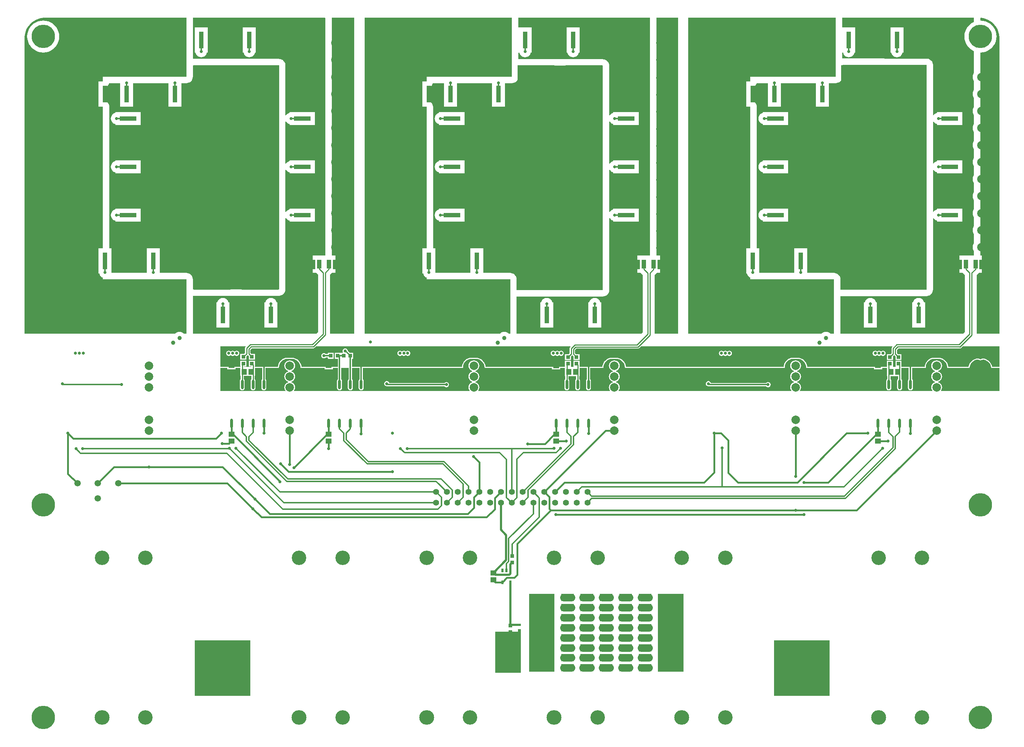
<source format=gbl>
G04*
G04 #@! TF.GenerationSoftware,Altium Limited,Altium Designer,18.1.11 (251)*
G04*
G04 Layer_Physical_Order=4*
G04 Layer_Color=16711680*
%FSLAX25Y25*%
%MOIN*%
G70*
G01*
G75*
%ADD13C,0.01968*%
%ADD15C,0.01181*%
%ADD17R,0.03543X0.03347*%
%ADD19R,0.05118X0.05709*%
%ADD20R,0.05709X0.05118*%
%ADD25R,0.03347X0.03543*%
%ADD44C,0.01575*%
%ADD45C,0.05512*%
%ADD46C,0.13386*%
%ADD47O,0.13780X0.13386*%
%ADD48C,0.06299*%
%ADD49C,0.07874*%
%ADD50R,0.11811X0.11811*%
%ADD51C,0.21654*%
%ADD52C,0.05906*%
%ADD53C,0.02756*%
%ADD54C,0.03937*%
%ADD55C,0.01000*%
%ADD57O,0.02559X0.08858*%
%ADD58R,0.02362X0.03740*%
%ADD59R,0.02874X0.11969*%
%ADD60R,0.02874X0.01968*%
%ADD61R,0.14843X0.21260*%
%ADD62R,0.34449X0.34252*%
%ADD63R,0.04134X0.15551*%
%ADD64R,0.34252X0.34449*%
%ADD65R,0.15551X0.04134*%
%ADD66R,0.10630X0.15748*%
%ADD67R,0.03937X0.07874*%
%ADD68R,0.13780X0.08661*%
%ADD69R,0.04921X0.06890*%
%ADD70C,0.01500*%
%ADD71C,0.07087*%
G36*
X152067Y667028D02*
X152067Y612402D01*
X74803Y612401D01*
Y608012D01*
X70846D01*
Y584587D01*
X74803D01*
X74803Y453682D01*
X70846D01*
Y430257D01*
X71652D01*
X71672Y430106D01*
X72208Y428813D01*
X73060Y427702D01*
X74170Y426851D01*
X74803Y426588D01*
Y425000D01*
X152067Y425000D01*
X152067Y374705D01*
X149818D01*
X149767Y374767D01*
X148868Y375505D01*
X147842Y376053D01*
X146729Y376391D01*
X145571Y376505D01*
X144413Y376391D01*
X143300Y376053D01*
X142274Y375505D01*
X141375Y374767D01*
X141324Y374705D01*
X2264D01*
X2264Y647736D01*
X2264Y649001D01*
X2594Y651508D01*
X3248Y653951D01*
X4216Y656287D01*
X5480Y658477D01*
X7020Y660483D01*
X8808Y662271D01*
X10814Y663811D01*
X13004Y665075D01*
X15341Y666043D01*
X17784Y666698D01*
X20291Y667028D01*
X21555Y667028D01*
X21555Y667028D01*
X152067Y667028D01*
D02*
G37*
G36*
X879724Y667028D02*
Y663059D01*
X879103Y662802D01*
X877122Y661587D01*
X875355Y660078D01*
X873846Y658311D01*
X872631Y656330D01*
X871742Y654183D01*
X871200Y651923D01*
X871017Y649606D01*
X871200Y647290D01*
X871742Y645030D01*
X872631Y642883D01*
X873846Y640902D01*
X875355Y639135D01*
X877122Y637625D01*
X879103Y636411D01*
X879724Y636154D01*
Y616018D01*
X879304Y615233D01*
X878854Y613748D01*
X878702Y612205D01*
X878797Y611243D01*
Y611243D01*
X878797Y611243D01*
X878854Y610661D01*
X879304Y609177D01*
X879724Y608391D01*
Y600270D01*
X879304Y599484D01*
X878854Y598000D01*
X878702Y596457D01*
X878797Y595495D01*
Y595495D01*
X878797Y595495D01*
X878854Y594913D01*
X879304Y593429D01*
X879724Y592643D01*
Y584522D01*
X879304Y583737D01*
X878854Y582252D01*
X878702Y580709D01*
X878797Y579747D01*
Y579747D01*
X878797Y579747D01*
X878854Y579165D01*
X879304Y577681D01*
X879724Y576895D01*
X879724Y568774D01*
X879304Y567988D01*
X878854Y566504D01*
X878702Y564961D01*
X878797Y563999D01*
Y563999D01*
X878797Y563999D01*
X878854Y563417D01*
X879304Y561933D01*
X879724Y561147D01*
X879724Y553026D01*
X879304Y552240D01*
X878854Y550756D01*
X878702Y549213D01*
X878797Y548251D01*
Y548251D01*
X878797Y548250D01*
X878854Y547669D01*
X879304Y546185D01*
X879724Y545399D01*
X879724Y537278D01*
X879304Y536492D01*
X878854Y535008D01*
X878702Y533464D01*
X878797Y532503D01*
Y532503D01*
X878797Y532503D01*
X878854Y531921D01*
X879304Y530437D01*
X879724Y529651D01*
X879724Y521530D01*
X879304Y520744D01*
X878854Y519260D01*
X878702Y517717D01*
X878854Y516173D01*
X879304Y514689D01*
X879724Y513903D01*
X879724Y513903D01*
Y505782D01*
X879724Y505782D01*
X879304Y504996D01*
X878854Y503512D01*
X878702Y501968D01*
X878854Y500425D01*
X879304Y498941D01*
X879724Y498155D01*
X879724Y498155D01*
Y490034D01*
X879724Y490034D01*
X879304Y489248D01*
X878854Y487764D01*
X878702Y486220D01*
X878854Y484677D01*
X879304Y483193D01*
X879724Y482407D01*
X879724Y482407D01*
Y474286D01*
X879724Y474286D01*
X879304Y473500D01*
X878854Y472016D01*
X878702Y470472D01*
X878854Y468929D01*
X879304Y467445D01*
X879724Y466659D01*
X879724Y466659D01*
Y458538D01*
X879724Y458538D01*
X879304Y457752D01*
X878854Y456268D01*
X878702Y454724D01*
X878854Y453181D01*
X879304Y451696D01*
X879724Y450911D01*
X879724Y450911D01*
Y446949D01*
X866346D01*
Y431201D01*
X869230D01*
X871300Y429131D01*
Y376220D01*
X869785Y374705D01*
X756926Y374705D01*
X756426Y374705D01*
X756426Y409519D01*
X836024Y409519D01*
X837181Y409633D01*
X838294Y409970D01*
X839320Y410519D01*
X840220Y411257D01*
X840958Y412156D01*
X841506Y413182D01*
X841844Y414295D01*
X841958Y415453D01*
X841958Y481530D01*
X842458Y481683D01*
X843213Y480698D01*
X844324Y479846D01*
X845617Y479310D01*
X845768Y479290D01*
Y478484D01*
X869193D01*
Y490492D01*
X845768D01*
Y489686D01*
X845617Y489667D01*
X844324Y489131D01*
X843213Y488279D01*
X842458Y487294D01*
X841958Y487447D01*
X841958Y526176D01*
X842458Y526328D01*
X843213Y525344D01*
X844324Y524492D01*
X845617Y523956D01*
X845768Y523936D01*
Y523130D01*
X869193D01*
Y535138D01*
X845768D01*
Y534332D01*
X845617Y534312D01*
X844324Y533777D01*
X843213Y532925D01*
X842458Y531940D01*
X841958Y532092D01*
X841958Y570822D01*
X842458Y570974D01*
X843213Y569989D01*
X844324Y569137D01*
X845617Y568602D01*
X845768Y568582D01*
Y567776D01*
X869193D01*
Y579784D01*
X845768D01*
Y578978D01*
X845617Y578958D01*
X844324Y578422D01*
X843213Y577570D01*
X842458Y576586D01*
X841958Y576738D01*
X841958Y623278D01*
X841899Y623870D01*
X841844Y624432D01*
X841844Y624434D01*
X841844Y624436D01*
X841673Y624998D01*
X841507Y625546D01*
X841506Y625547D01*
X841506Y625549D01*
X841233Y626060D01*
X840960Y626572D01*
X840958Y626573D01*
X840958Y626575D01*
X840587Y627027D01*
X840222Y627471D01*
X840221Y627473D01*
X840220Y627474D01*
X839769Y627844D01*
X839323Y628210D01*
X839322Y628211D01*
X839320Y628212D01*
X838812Y628484D01*
X838298Y628759D01*
X838296Y628759D01*
X838295Y628760D01*
X837740Y628928D01*
X837185Y629097D01*
X837183Y629098D01*
X837181Y629098D01*
X836605Y629155D01*
X836027Y629212D01*
X758260Y629259D01*
X757903Y629592D01*
Y634192D01*
X758156Y634587D01*
X758403Y634587D01*
X758962D01*
X758982Y634436D01*
X759517Y633143D01*
X760369Y632033D01*
X761479Y631181D01*
X762772Y630645D01*
X764160Y630463D01*
X765547Y630645D01*
X766840Y631181D01*
X767950Y632033D01*
X768802Y633143D01*
X769338Y634436D01*
X769358Y634587D01*
X770164D01*
Y658012D01*
X758403D01*
X757903Y658407D01*
Y667028D01*
X879724Y667028D01*
D02*
G37*
G36*
X580512D02*
X580512Y446949D01*
X568777D01*
Y431201D01*
X571600D01*
X573757Y429044D01*
Y376133D01*
X572329Y374705D01*
X457714Y374705D01*
X457214Y374705D01*
X457214Y409223D01*
X536811Y409223D01*
X537969Y409337D01*
X539082Y409675D01*
X540108Y410223D01*
X541007Y410961D01*
X541745Y411861D01*
X542293Y412887D01*
X542631Y414000D01*
X542745Y415158D01*
X542745Y481530D01*
X543245Y481683D01*
X544001Y480698D01*
X545111Y479846D01*
X546404Y479310D01*
X546555Y479290D01*
Y478484D01*
X569980D01*
Y490492D01*
X546555D01*
Y489686D01*
X546404Y489667D01*
X545111Y489131D01*
X544001Y488279D01*
X543245Y487294D01*
X542745Y487447D01*
X542745Y526176D01*
X543245Y526328D01*
X544001Y525344D01*
X545111Y524492D01*
X546404Y523956D01*
X546555Y523936D01*
Y523130D01*
X569980D01*
Y535138D01*
X546555D01*
Y534332D01*
X546404Y534312D01*
X545111Y533777D01*
X544001Y532925D01*
X543245Y531940D01*
X542745Y532092D01*
X542745Y570822D01*
X543245Y570974D01*
X544001Y569989D01*
X545111Y569137D01*
X546404Y568602D01*
X546555Y568582D01*
Y567776D01*
X569980D01*
Y579784D01*
X546555D01*
Y578978D01*
X546404Y578958D01*
X545111Y578422D01*
X544001Y577570D01*
X543245Y576586D01*
X542745Y576738D01*
X542745Y622689D01*
X542687Y623280D01*
X542632Y623843D01*
X542631Y623844D01*
X542631Y623846D01*
X542461Y624408D01*
X542295Y624956D01*
X542294Y624958D01*
X542293Y624960D01*
X542020Y625471D01*
X541747Y625982D01*
X541746Y625984D01*
X541745Y625985D01*
X541374Y626437D01*
X541010Y626882D01*
X541008Y626883D01*
X541007Y626885D01*
X540556Y627255D01*
X540111Y627621D01*
X540109Y627622D01*
X540108Y627623D01*
X539599Y627894D01*
X539085Y628170D01*
X539083Y628170D01*
X539082Y628171D01*
X538528Y628339D01*
X537972Y628508D01*
X537970Y628508D01*
X537969Y628509D01*
X537392Y628566D01*
X536815Y628623D01*
X459047Y628670D01*
X458690Y629003D01*
Y634192D01*
X458943Y634587D01*
X459190Y634587D01*
X459749D01*
X459769Y634436D01*
X460304Y633143D01*
X461156Y632033D01*
X462266Y631181D01*
X463559Y630645D01*
X464947Y630463D01*
X466334Y630645D01*
X467627Y631181D01*
X468737Y632033D01*
X469589Y633143D01*
X470125Y634436D01*
X470145Y634587D01*
X470951D01*
Y658012D01*
X459190D01*
X458690Y658407D01*
Y667028D01*
X580512Y667028D01*
D02*
G37*
G36*
X836024Y623278D02*
X836024Y415453D01*
X756426Y415453D01*
Y425000D01*
X756312Y426158D01*
X755974Y427271D01*
X755426Y428297D01*
X754688Y429196D01*
X753789Y429934D01*
X752763Y430482D01*
X751650Y430820D01*
X750492Y430934D01*
X725741D01*
Y453682D01*
X713733D01*
Y430934D01*
X681319Y430934D01*
Y453682D01*
X679162D01*
X679162Y584587D01*
X679048Y585745D01*
X678711Y586858D01*
X678162Y587884D01*
X677424Y588783D01*
X676525Y589521D01*
X675499Y590069D01*
X675245Y590146D01*
Y602453D01*
X675499Y602530D01*
X676525Y603078D01*
X677424Y603816D01*
X678162Y604715D01*
X678711Y605741D01*
X678931Y606467D01*
X689311D01*
Y584587D01*
X701319D01*
Y606467D01*
X733733Y606467D01*
Y584587D01*
X745741D01*
Y606467D01*
X751968D01*
X753126Y606581D01*
X754239Y606919D01*
X755265Y607468D01*
X756165Y608206D01*
X756903Y609105D01*
X757451Y610131D01*
X757789Y611244D01*
X757903Y612402D01*
X757903Y622971D01*
X758256Y623325D01*
X836024Y623278D01*
D02*
G37*
G36*
X536811Y622689D02*
X536811Y415158D01*
X457214Y415158D01*
Y425000D01*
X457100Y426158D01*
X456762Y427271D01*
X456214Y428297D01*
X455476Y429196D01*
X454576Y429934D01*
X453550Y430482D01*
X452437Y430820D01*
X451279Y430934D01*
X426528D01*
Y453682D01*
X414520D01*
Y430934D01*
X382106Y430934D01*
Y453682D01*
X379950D01*
X379950Y584587D01*
X379836Y585745D01*
X379498Y586858D01*
X378950Y587884D01*
X378212Y588783D01*
X377312Y589521D01*
X376287Y590069D01*
X376032Y590146D01*
Y602453D01*
X376287Y602530D01*
X377312Y603078D01*
X378212Y603816D01*
X378950Y604715D01*
X379498Y605741D01*
X379718Y606467D01*
X390098D01*
Y584587D01*
X402106D01*
Y606467D01*
X434520Y606467D01*
Y584587D01*
X446528D01*
Y606467D01*
X452756D01*
X453914Y606581D01*
X455027Y606919D01*
X456053Y607468D01*
X456952Y608206D01*
X457690Y609105D01*
X458238Y610131D01*
X458576Y611244D01*
X458690Y612402D01*
X458690Y622382D01*
X459044Y622736D01*
X536811Y622689D01*
D02*
G37*
G36*
X237598Y622983D02*
X237598Y415748D01*
X158001Y415748D01*
Y425000D01*
X157887Y426158D01*
X157549Y427271D01*
X157001Y428297D01*
X156263Y429196D01*
X155364Y429934D01*
X154338Y430482D01*
X153225Y430820D01*
X152067Y430934D01*
X127277D01*
Y453682D01*
X115269D01*
Y430934D01*
X82854Y430934D01*
Y453682D01*
X80737D01*
X80737Y584587D01*
X80623Y585745D01*
X80286Y586858D01*
X79737Y587884D01*
X78999Y588783D01*
X78100Y589521D01*
X77074Y590069D01*
X76780Y590158D01*
Y602441D01*
X77074Y602530D01*
X78100Y603078D01*
X78999Y603816D01*
X79737Y604715D01*
X80286Y605741D01*
X80506Y606467D01*
X90846D01*
Y584587D01*
X102854D01*
Y606467D01*
X135269Y606467D01*
Y584587D01*
X147277D01*
Y606467D01*
X152067D01*
X153225Y606581D01*
X154338Y606919D01*
X155364Y607468D01*
X156263Y608206D01*
X157001Y609105D01*
X157549Y610131D01*
X157887Y611244D01*
X158001Y612402D01*
X158001Y622677D01*
X158355Y623031D01*
X237598Y622983D01*
D02*
G37*
G36*
X280413Y666528D02*
X280413Y446949D01*
X268799D01*
Y431201D01*
X271813D01*
X273757Y429256D01*
Y376346D01*
X272116Y374705D01*
X158501Y374705D01*
X158001Y374705D01*
X158001Y409814D01*
X237598Y409814D01*
X238756Y409928D01*
X239869Y410266D01*
X240895Y410814D01*
X241794Y411552D01*
X242532Y412451D01*
X243081Y413477D01*
X243419Y414590D01*
X243532Y415748D01*
X243532Y481530D01*
X244033Y481683D01*
X244788Y480698D01*
X245899Y479846D01*
X247191Y479310D01*
X247342Y479290D01*
Y478484D01*
X270768D01*
Y490492D01*
X247342D01*
Y489686D01*
X247191Y489667D01*
X245899Y489131D01*
X244788Y488279D01*
X244033Y487294D01*
X243532Y487447D01*
X243532Y526176D01*
X244033Y526328D01*
X244788Y525344D01*
X245899Y524492D01*
X247191Y523956D01*
X247342Y523936D01*
Y523130D01*
X270768D01*
Y535138D01*
X247342D01*
Y534332D01*
X247191Y534312D01*
X245899Y533777D01*
X244788Y532925D01*
X244033Y531940D01*
X243532Y532092D01*
Y570822D01*
X244033Y570974D01*
X244788Y569989D01*
X245899Y569137D01*
X247191Y568602D01*
X247342Y568582D01*
Y567776D01*
X270768D01*
Y579784D01*
X247342D01*
Y578978D01*
X247191Y578958D01*
X245899Y578422D01*
X244788Y577570D01*
X244033Y576586D01*
X243532Y576738D01*
X243532Y622983D01*
X243474Y623574D01*
X243419Y624137D01*
X243419Y624138D01*
X243419Y624140D01*
X243248Y624702D01*
X243082Y625250D01*
X243081Y625252D01*
X243081Y625253D01*
X242808Y625765D01*
X242534Y626276D01*
X242533Y626278D01*
X242532Y626279D01*
X242162Y626731D01*
X241797Y627176D01*
X241796Y627177D01*
X241794Y627179D01*
X241344Y627549D01*
X240898Y627915D01*
X240897Y627915D01*
X240895Y627917D01*
X240387Y628188D01*
X239873Y628464D01*
X239871Y628464D01*
X239869Y628465D01*
X239315Y628633D01*
X238760Y628802D01*
X238758Y628802D01*
X238756Y628803D01*
X238179Y628860D01*
X237602Y628917D01*
X158358Y628965D01*
X158001Y629298D01*
X158001Y667028D01*
X158501Y667028D01*
X279913Y667028D01*
X280413Y666528D01*
D02*
G37*
G36*
X606299Y375157D02*
X605945Y374804D01*
X584708Y374888D01*
Y429044D01*
X586865Y431201D01*
X589643D01*
Y446949D01*
X586446D01*
X586446Y667028D01*
X606299Y667028D01*
Y375157D01*
D02*
G37*
G36*
X887945Y666696D02*
X890400Y666038D01*
X892748Y665065D01*
X894949Y663794D01*
X896966Y662247D01*
X898763Y660450D01*
X900310Y658433D01*
X901581Y656232D01*
X902554Y653884D01*
X903211Y651429D01*
X903543Y648909D01*
X903543Y647638D01*
X903543D01*
X903543Y647638D01*
X903543Y374803D01*
X882250D01*
Y429131D01*
X884321Y431201D01*
X887212D01*
Y446949D01*
X885658D01*
Y450911D01*
X885630Y451201D01*
Y451492D01*
X885573Y451778D01*
X885544Y452068D01*
X885460Y452347D01*
X885403Y452633D01*
X885291Y452902D01*
X885207Y453181D01*
X885069Y453439D01*
X884958Y453708D01*
X884813Y453978D01*
X884702Y454344D01*
X884665Y454724D01*
X884702Y455105D01*
X884813Y455470D01*
X884958Y455741D01*
X885069Y456010D01*
X885207Y456267D01*
X885291Y456546D01*
X885403Y456815D01*
X885460Y457101D01*
X885544Y457380D01*
X885573Y457670D01*
X885630Y457957D01*
Y458248D01*
X885658Y458538D01*
Y466659D01*
X885630Y466949D01*
Y467240D01*
X885573Y467526D01*
X885544Y467816D01*
X885460Y468095D01*
X885403Y468381D01*
X885291Y468650D01*
X885207Y468929D01*
X885069Y469187D01*
X884958Y469456D01*
X884813Y469726D01*
X884702Y470092D01*
X884665Y470472D01*
X884702Y470853D01*
X884813Y471218D01*
X884958Y471489D01*
X885069Y471758D01*
X885207Y472015D01*
X885291Y472294D01*
X885403Y472564D01*
X885460Y472850D01*
X885544Y473128D01*
X885573Y473419D01*
X885630Y473704D01*
Y473996D01*
X885658Y474286D01*
Y482407D01*
X885630Y482697D01*
Y482988D01*
X885573Y483274D01*
X885544Y483564D01*
X885460Y483843D01*
X885403Y484129D01*
X885291Y484399D01*
X885207Y484678D01*
X885069Y484935D01*
X884958Y485204D01*
X884813Y485474D01*
X884702Y485840D01*
X884665Y486220D01*
X884702Y486601D01*
X884813Y486966D01*
X884958Y487237D01*
X885069Y487506D01*
X885207Y487763D01*
X885291Y488042D01*
X885403Y488312D01*
X885460Y488597D01*
X885544Y488876D01*
X885573Y489167D01*
X885630Y489453D01*
Y489744D01*
X885658Y490034D01*
Y498155D01*
X885630Y498445D01*
Y498736D01*
X885573Y499022D01*
X885544Y499312D01*
X885460Y499591D01*
X885403Y499877D01*
X885291Y500146D01*
X885207Y500426D01*
X885069Y500683D01*
X884958Y500952D01*
X884813Y501222D01*
X884702Y501588D01*
X884665Y501968D01*
X884702Y502349D01*
X884813Y502714D01*
X884958Y502985D01*
X885069Y503254D01*
X885207Y503511D01*
X885291Y503790D01*
X885403Y504060D01*
X885460Y504346D01*
X885544Y504625D01*
X885573Y504915D01*
X885630Y505201D01*
Y505492D01*
X885658Y505782D01*
Y513903D01*
X885630Y514193D01*
Y514484D01*
X885573Y514770D01*
X885544Y515060D01*
X885460Y515339D01*
X885403Y515625D01*
X885291Y515895D01*
X885207Y516174D01*
X885069Y516431D01*
X884958Y516700D01*
X884813Y516970D01*
X884702Y517336D01*
X884665Y517717D01*
X884702Y518097D01*
X884813Y518463D01*
X884958Y518733D01*
X885069Y519002D01*
X885207Y519259D01*
X885291Y519538D01*
X885403Y519808D01*
X885460Y520094D01*
X885544Y520373D01*
X885573Y520663D01*
X885630Y520949D01*
Y521240D01*
X885658Y521530D01*
Y529651D01*
X885630Y529941D01*
Y530232D01*
X885573Y530518D01*
X885544Y530808D01*
X885460Y531087D01*
X885403Y531373D01*
X885291Y531643D01*
X885207Y531922D01*
X885069Y532179D01*
X884958Y532448D01*
X884813Y532719D01*
X884702Y533084D01*
X884665Y533464D01*
X884702Y533845D01*
X884813Y534210D01*
X884958Y534481D01*
X885069Y534750D01*
X885207Y535007D01*
X885291Y535286D01*
X885403Y535556D01*
X885460Y535842D01*
X885544Y536121D01*
X885573Y536411D01*
X885630Y536697D01*
Y536988D01*
X885658Y537278D01*
Y545399D01*
X885630Y545689D01*
Y545981D01*
X885573Y546266D01*
X885544Y546557D01*
X885460Y546836D01*
X885403Y547121D01*
X885291Y547391D01*
X885207Y547670D01*
X885069Y547927D01*
X884958Y548196D01*
X884813Y548467D01*
X884702Y548832D01*
X884665Y549213D01*
X884702Y549593D01*
X884813Y549959D01*
X884958Y550229D01*
X885069Y550498D01*
X885207Y550756D01*
X885291Y551034D01*
X885403Y551304D01*
X885460Y551590D01*
X885544Y551869D01*
X885573Y552159D01*
X885630Y552445D01*
Y552736D01*
X885658Y553026D01*
Y561147D01*
X885630Y561437D01*
Y561728D01*
X885573Y562014D01*
X885544Y562304D01*
X885460Y562583D01*
X885403Y562869D01*
X885291Y563139D01*
X885207Y563418D01*
X885069Y563675D01*
X884958Y563944D01*
X884813Y564215D01*
X884702Y564580D01*
X884665Y564961D01*
X884702Y565341D01*
X884813Y565707D01*
X884958Y565977D01*
X885069Y566246D01*
X885207Y566503D01*
X885291Y566783D01*
X885403Y567052D01*
X885460Y567338D01*
X885544Y567617D01*
X885573Y567907D01*
X885630Y568193D01*
Y568484D01*
X885658Y568774D01*
Y576895D01*
X885630Y577185D01*
Y577477D01*
X885573Y577762D01*
X885544Y578053D01*
X885460Y578332D01*
X885403Y578617D01*
X885291Y578887D01*
X885207Y579166D01*
X885069Y579423D01*
X884958Y579692D01*
X884813Y579963D01*
X884702Y580328D01*
X884665Y580709D01*
X884702Y581089D01*
X884813Y581455D01*
X884958Y581725D01*
X885069Y581994D01*
X885207Y582252D01*
X885291Y582530D01*
X885403Y582800D01*
X885460Y583086D01*
X885544Y583365D01*
X885573Y583655D01*
X885630Y583941D01*
Y584232D01*
X885658Y584522D01*
Y592643D01*
X885630Y592933D01*
Y593225D01*
X885573Y593510D01*
X885544Y593801D01*
X885460Y594080D01*
X885403Y594366D01*
X885291Y594635D01*
X885207Y594914D01*
X885069Y595171D01*
X884958Y595440D01*
X884813Y595711D01*
X884702Y596076D01*
X884665Y596457D01*
X884702Y596837D01*
X884813Y597203D01*
X884958Y597473D01*
X885069Y597743D01*
X885207Y598000D01*
X885291Y598279D01*
X885403Y598548D01*
X885460Y598834D01*
X885544Y599113D01*
X885573Y599403D01*
X885630Y599689D01*
Y599980D01*
X885658Y600270D01*
Y608391D01*
X885630Y608681D01*
Y608973D01*
X885573Y609259D01*
X885544Y609549D01*
X885460Y609828D01*
X885403Y610113D01*
X885291Y610383D01*
X885207Y610662D01*
X885069Y610919D01*
X884958Y611188D01*
X884813Y611459D01*
X884702Y611824D01*
X884665Y612205D01*
X884702Y612585D01*
X884813Y612951D01*
X884958Y613221D01*
X885069Y613490D01*
X885207Y613748D01*
X885291Y614027D01*
X885403Y614296D01*
X885460Y614582D01*
X885544Y614861D01*
X885573Y615151D01*
X885630Y615437D01*
Y615728D01*
X885658Y616018D01*
Y634641D01*
X885827Y634797D01*
X888144Y634979D01*
X890403Y635522D01*
X892550Y636411D01*
X894532Y637625D01*
X896299Y639135D01*
X897808Y640902D01*
X899022Y642883D01*
X899911Y645030D01*
X900454Y647290D01*
X900636Y649606D01*
X900454Y651923D01*
X899911Y654183D01*
X899022Y656330D01*
X897808Y658311D01*
X896299Y660078D01*
X894532Y661587D01*
X892550Y662802D01*
X890403Y663691D01*
X888144Y664233D01*
X885827Y664416D01*
X885658Y664571D01*
Y666618D01*
X886034Y666947D01*
X887945Y666696D01*
D02*
G37*
G36*
X307087Y667028D02*
Y374803D01*
X285062Y374716D01*
X284708Y375069D01*
Y429256D01*
X286652Y431201D01*
X289665D01*
Y446949D01*
X286348D01*
X286348Y667028D01*
X307087Y667028D01*
D02*
G37*
G36*
X452756Y667028D02*
X452756Y612402D01*
X374016Y612402D01*
Y608012D01*
X370098D01*
Y584587D01*
X374016D01*
X374016Y453682D01*
X370098D01*
Y430257D01*
X370904D01*
X370924Y430106D01*
X371459Y428813D01*
X372311Y427702D01*
X373422Y426851D01*
X374016Y426604D01*
Y425000D01*
X451279Y425000D01*
X451279Y374705D01*
X450035D01*
X449984Y374767D01*
X449085Y375505D01*
X448059Y376053D01*
X446945Y376391D01*
X445788Y376505D01*
X444630Y376391D01*
X443517Y376053D01*
X442491Y375505D01*
X441592Y374767D01*
X441541Y374705D01*
X316634Y374705D01*
X316634Y667028D01*
X452756Y667028D01*
D02*
G37*
G36*
X751968D02*
X751968Y612402D01*
X673228Y612402D01*
Y608012D01*
X669311D01*
Y584587D01*
X673228D01*
X673228Y453682D01*
X669311D01*
Y430257D01*
X670117D01*
X670137Y430106D01*
X670672Y428813D01*
X671524Y427702D01*
X672635Y426851D01*
X673228Y426605D01*
Y425000D01*
X750492Y425000D01*
X750492Y374705D01*
X747306D01*
X747255Y374767D01*
X746355Y375505D01*
X745330Y376053D01*
X744216Y376391D01*
X743059Y376505D01*
X741901Y376391D01*
X740788Y376053D01*
X739762Y375505D01*
X738863Y374767D01*
X738812Y374705D01*
X615846Y374705D01*
X615846Y667028D01*
X751968Y667028D01*
D02*
G37*
G36*
X903543Y343996D02*
X896590D01*
X896340Y345182D01*
X896298Y345282D01*
X896274Y345387D01*
X895549Y347012D01*
X895487Y347101D01*
X895441Y347199D01*
X894392Y348636D01*
X894312Y348709D01*
X894247Y348795D01*
X892919Y349979D01*
X892826Y350034D01*
X892744Y350105D01*
X891197Y350983D01*
X891094Y351017D01*
X890999Y351069D01*
X889302Y351603D01*
X889194Y351615D01*
X889091Y351646D01*
X888205Y351728D01*
X888157Y351723D01*
X888110Y351733D01*
X887929D01*
X887798Y351707D01*
X887665Y351698D01*
X887604Y351668D01*
X887539Y351655D01*
X887526Y351646D01*
X886644Y351281D01*
X885827Y351174D01*
X885010Y351281D01*
X884128Y351646D01*
X884115Y351655D01*
X884050Y351668D01*
X883989Y351698D01*
X883856Y351707D01*
X883725Y351733D01*
X882893Y351733D01*
X882828Y351720D01*
X882761Y351724D01*
X881903Y351612D01*
X881800Y351577D01*
X881693Y351561D01*
X880061Y350980D01*
X879968Y350924D01*
X879866Y350886D01*
X878393Y349974D01*
X878314Y349900D01*
X878223Y349842D01*
X876975Y348640D01*
X876914Y348551D01*
X876837Y348474D01*
X875870Y347037D01*
X875828Y346937D01*
X875770Y346846D01*
X875128Y345237D01*
X875108Y345130D01*
X875070Y345029D01*
X874895Y343996D01*
X856198D01*
X856180Y344089D01*
X856179Y344197D01*
X855812Y345938D01*
X855770Y346037D01*
X855746Y346143D01*
X855021Y347768D01*
X854959Y347856D01*
X854914Y347955D01*
X853864Y349391D01*
X853784Y349464D01*
X853719Y349551D01*
X852391Y350735D01*
X852298Y350790D01*
X852216Y350860D01*
X850669Y351739D01*
X850566Y351773D01*
X850471Y351825D01*
X848774Y352359D01*
X848666Y352370D01*
X848563Y352401D01*
X847677Y352484D01*
X847629Y352479D01*
X847582Y352488D01*
X842366Y352488D01*
X842300Y352475D01*
X842233Y352480D01*
X841375Y352367D01*
X841272Y352333D01*
X841165Y352317D01*
X839533Y351736D01*
X839440Y351680D01*
X839338Y351642D01*
X837866Y350730D01*
X837786Y350656D01*
X837695Y350597D01*
X836448Y349395D01*
X836386Y349307D01*
X836309Y349230D01*
X835343Y347792D01*
X835301Y347692D01*
X835242Y347601D01*
X834600Y345992D01*
X834580Y345886D01*
X834542Y345784D01*
X834253Y344076D01*
X834175Y343996D01*
X813080D01*
X812814Y344496D01*
Y349732D01*
X807271D01*
Y344386D01*
X807005Y343996D01*
X805206D01*
X804940Y344496D01*
Y349732D01*
X799397D01*
Y344386D01*
X799131Y343996D01*
X725807D01*
X725711Y344921D01*
X725682Y345017D01*
X725671Y345116D01*
X725185Y346692D01*
X725137Y346781D01*
X725107Y346877D01*
X724322Y348327D01*
X724258Y348405D01*
X724210Y348493D01*
X723157Y349763D01*
X723079Y349826D01*
X723015Y349903D01*
X721735Y350943D01*
X721646Y350990D01*
X721568Y351053D01*
X720110Y351823D01*
X720013Y351852D01*
X719924Y351899D01*
X718344Y352369D01*
X718244Y352379D01*
X718147Y352407D01*
X717326Y352484D01*
X717279Y352479D01*
X717232Y352488D01*
X712015Y352488D01*
X711949Y352475D01*
X711883Y352480D01*
X711089Y352376D01*
X710994Y352344D01*
X710894Y352331D01*
X709377Y351817D01*
X709290Y351767D01*
X709195Y351735D01*
X707807Y350936D01*
X707732Y350869D01*
X707645Y350819D01*
X706440Y349765D01*
X706379Y349685D01*
X706303Y349619D01*
X705327Y348349D01*
X705283Y348259D01*
X705221Y348180D01*
X704512Y346744D01*
X704486Y346647D01*
X704441Y346557D01*
X704025Y345010D01*
X704019Y344910D01*
X703993Y344813D01*
X703938Y343996D01*
X558281D01*
X558185Y344921D01*
X558156Y345017D01*
X558145Y345116D01*
X557658Y346692D01*
X557611Y346781D01*
X557581Y346877D01*
X556796Y348327D01*
X556732Y348405D01*
X556684Y348493D01*
X555631Y349763D01*
X555553Y349826D01*
X555489Y349903D01*
X554209Y350943D01*
X554120Y350990D01*
X554042Y351053D01*
X552583Y351823D01*
X552487Y351852D01*
X552398Y351899D01*
X550817Y352369D01*
X550717Y352379D01*
X550621Y352407D01*
X549800Y352484D01*
X549752Y352479D01*
X549705Y352488D01*
X544489Y352488D01*
X544423Y352475D01*
X544357Y352480D01*
X543563Y352376D01*
X543468Y352344D01*
X543368Y352331D01*
X541851Y351817D01*
X541764Y351767D01*
X541669Y351735D01*
X540281Y350936D01*
X540206Y350869D01*
X540119Y350819D01*
X538914Y349765D01*
X538853Y349685D01*
X538777Y349619D01*
X537801Y348349D01*
X537756Y348259D01*
X537695Y348180D01*
X536985Y346744D01*
X536959Y346647D01*
X536915Y346557D01*
X536499Y345010D01*
X536492Y344910D01*
X536466Y344813D01*
X536412Y343996D01*
X515646D01*
X515271Y344496D01*
Y349646D01*
X509728D01*
Y344299D01*
X509354Y343996D01*
X507772D01*
X507397Y344496D01*
Y349646D01*
X501854D01*
Y344299D01*
X501480Y343996D01*
X428536D01*
X428441Y344921D01*
X428411Y345017D01*
X428401Y345116D01*
X427914Y346692D01*
X427866Y346781D01*
X427836Y346877D01*
X427051Y348327D01*
X426987Y348405D01*
X426939Y348493D01*
X425886Y349763D01*
X425808Y349826D01*
X425744Y349903D01*
X424464Y350943D01*
X424375Y350990D01*
X424297Y351053D01*
X422838Y351823D01*
X422742Y351852D01*
X422653Y351899D01*
X421073Y352369D01*
X420973Y352379D01*
X420876Y352407D01*
X420055Y352484D01*
X420008Y352479D01*
X419961Y352488D01*
X414744Y352488D01*
X414678Y352475D01*
X414612Y352480D01*
X413818Y352376D01*
X413723Y352344D01*
X413623Y352331D01*
X412106Y351817D01*
X412019Y351767D01*
X411924Y351735D01*
X410536Y350936D01*
X410461Y350869D01*
X410374Y350819D01*
X409169Y349765D01*
X409108Y349685D01*
X409032Y349619D01*
X408056Y348349D01*
X408012Y348259D01*
X407950Y348180D01*
X407241Y346744D01*
X407215Y346647D01*
X407170Y346557D01*
X406754Y345010D01*
X406748Y344910D01*
X406721Y344813D01*
X406667Y343996D01*
X305164D01*
Y351559D01*
X306216D01*
Y357102D01*
X303064D01*
X301078Y359089D01*
X300975Y359607D01*
X300449Y360393D01*
X299663Y360919D01*
X298735Y361104D01*
X297807Y360919D01*
X297021Y360393D01*
X296495Y359607D01*
X296310Y358679D01*
X296495Y357751D01*
X296634Y357543D01*
X296398Y357102D01*
X294767D01*
Y357102D01*
X294307D01*
Y357102D01*
X288961D01*
Y351559D01*
X291921D01*
Y343996D01*
X258379D01*
X258283Y344921D01*
X258253Y345017D01*
X258243Y345116D01*
X257756Y346692D01*
X257708Y346781D01*
X257679Y346877D01*
X256894Y348327D01*
X256830Y348405D01*
X256782Y348493D01*
X255729Y349763D01*
X255651Y349826D01*
X255587Y349903D01*
X254307Y350943D01*
X254218Y350990D01*
X254140Y351053D01*
X252681Y351823D01*
X252585Y351852D01*
X252496Y351899D01*
X250915Y352369D01*
X250815Y352379D01*
X250719Y352407D01*
X249898Y352484D01*
X249850Y352479D01*
X249803Y352488D01*
X244587Y352488D01*
X244521Y352475D01*
X244454Y352480D01*
X243660Y352376D01*
X243565Y352344D01*
X243466Y352331D01*
X241949Y351817D01*
X241862Y351767D01*
X241767Y351735D01*
X240379Y350936D01*
X240303Y350869D01*
X240216Y350819D01*
X239012Y349765D01*
X238950Y349685D01*
X238875Y349619D01*
X237899Y348349D01*
X237854Y348259D01*
X237793Y348180D01*
X237083Y346744D01*
X237057Y346647D01*
X237013Y346557D01*
X236597Y345010D01*
X236590Y344910D01*
X236564Y344813D01*
X236510Y343996D01*
X215092D01*
Y344512D01*
X215271D01*
Y349858D01*
X209728D01*
Y344512D01*
X212033D01*
Y343996D01*
X205092D01*
Y344512D01*
X207397D01*
Y349858D01*
X201854D01*
Y344512D01*
X202033D01*
Y343996D01*
X183268D01*
Y363189D01*
X206659D01*
X206850Y362727D01*
X206481Y362358D01*
X206150Y361862D01*
X206033Y361277D01*
Y356858D01*
X205136Y355961D01*
X201854D01*
Y350614D01*
X207397D01*
Y353896D01*
X208563Y355062D01*
X209728Y353896D01*
Y350614D01*
X215271D01*
Y355961D01*
X211989D01*
X211092Y356858D01*
Y359815D01*
X212444Y361168D01*
X269076D01*
X269234Y361136D01*
X269819Y361252D01*
X270315Y361584D01*
X271920Y363189D01*
X506871D01*
X507063Y362727D01*
X506481Y362146D01*
X506150Y361650D01*
X506033Y361064D01*
Y356645D01*
X505136Y355748D01*
X501854D01*
Y350401D01*
X507397D01*
Y353683D01*
X508563Y354849D01*
X509728Y353683D01*
Y350401D01*
X515271D01*
Y355748D01*
X511989D01*
X511092Y356645D01*
Y359602D01*
X512444Y360955D01*
X569076D01*
X569234Y360923D01*
X569819Y361040D01*
X570315Y361371D01*
X572133Y363189D01*
X804327D01*
X804519Y362727D01*
X804024Y362232D01*
X803693Y361736D01*
X803576Y361151D01*
Y356732D01*
X802679Y355835D01*
X799397D01*
Y350488D01*
X804940D01*
Y353770D01*
X806106Y354936D01*
X807271Y353770D01*
Y350488D01*
X812814D01*
Y355835D01*
X809532D01*
X808635Y356732D01*
Y359689D01*
X809987Y361041D01*
X866618D01*
X866777Y361010D01*
X867362Y361126D01*
X867858Y361458D01*
X869589Y363189D01*
X903543D01*
Y343996D01*
D02*
G37*
G36*
X717232Y351469D02*
X718053Y351392D01*
X719633Y350922D01*
X721092Y350151D01*
X722372Y349112D01*
X723425Y347842D01*
X724210Y346391D01*
X724697Y344815D01*
X724867Y343175D01*
X724843Y342913D01*
X787251D01*
Y341748D01*
X794960D01*
Y342913D01*
X799397D01*
Y335547D01*
X799576D01*
Y332683D01*
X799462Y332607D01*
X798958Y331853D01*
X798781Y330964D01*
Y324664D01*
X798958Y323775D01*
X799462Y323021D01*
X800216Y322517D01*
X801106Y322340D01*
X801995Y322517D01*
X802749Y323021D01*
X803253Y323775D01*
X803430Y324664D01*
Y330964D01*
X803253Y331853D01*
X802749Y332607D01*
X802635Y332683D01*
Y335547D01*
X809576D01*
Y332683D01*
X809462Y332607D01*
X808958Y331853D01*
X808781Y330964D01*
Y324664D01*
X808958Y323775D01*
X809462Y323021D01*
X810216Y322517D01*
X811106Y322340D01*
X811995Y322517D01*
X812749Y323021D01*
X813253Y323775D01*
X813430Y324664D01*
Y330964D01*
X813253Y331853D01*
X812749Y332607D01*
X812635Y332683D01*
Y335547D01*
X812814D01*
Y342913D01*
X819484D01*
Y332622D01*
X819462Y332607D01*
X818958Y331853D01*
X818781Y330964D01*
Y324664D01*
X818958Y323775D01*
X819462Y323021D01*
X820216Y322517D01*
X821106Y322340D01*
X821995Y322517D01*
X822749Y323021D01*
X823253Y323775D01*
X823430Y324664D01*
Y330964D01*
X823253Y331853D01*
X822749Y332607D01*
X822727Y332622D01*
Y342913D01*
X835303D01*
X835259Y343907D01*
X835547Y345615D01*
X836189Y347224D01*
X837155Y348661D01*
X838402Y349863D01*
X839875Y350775D01*
X841507Y351356D01*
X842366Y351469D01*
X842366Y351469D01*
X847582Y351469D01*
X848468Y351386D01*
X850165Y350852D01*
X851713Y349974D01*
X853041Y348790D01*
X854090Y347353D01*
X854815Y345728D01*
X855181Y343987D01*
X855177Y342913D01*
X875797D01*
X875786Y343151D01*
X876075Y344859D01*
X876717Y346468D01*
X877683Y347906D01*
X878930Y349107D01*
X880403Y350019D01*
X882035Y350601D01*
X882893Y350713D01*
X882893Y350713D01*
X883725Y350713D01*
X883734Y350706D01*
X884743Y350288D01*
X885827Y350145D01*
X886910Y350288D01*
X887920Y350706D01*
X887929Y350713D01*
X888110D01*
X888996Y350630D01*
X890693Y350097D01*
X892240Y349218D01*
X893568Y348034D01*
X894618Y346597D01*
X895342Y344972D01*
X895709Y343231D01*
X895708Y342913D01*
X903543D01*
Y321654D01*
X849453D01*
X849232Y322102D01*
X849611Y322597D01*
X850109Y323798D01*
X850278Y325086D01*
X850109Y326375D01*
X849611Y327576D01*
X848820Y328608D01*
X847789Y329399D01*
X846782Y329816D01*
Y330357D01*
X847789Y330774D01*
X848820Y331565D01*
X849611Y332597D01*
X850109Y333798D01*
X850278Y335086D01*
X850109Y336375D01*
X849611Y337576D01*
X848820Y338608D01*
X847789Y339399D01*
X846782Y339816D01*
Y340357D01*
X847789Y340774D01*
X848820Y341565D01*
X849030Y341839D01*
D01*
X849611Y342597D01*
X850109Y343798D01*
X850278Y345086D01*
X850109Y346375D01*
X849611Y347576D01*
X848820Y348607D01*
X847789Y349399D01*
X846588Y349896D01*
X845299Y350066D01*
X844010Y349896D01*
X842809Y349399D01*
X841778Y348607D01*
X840986Y347576D01*
X840489Y346375D01*
X840319Y345086D01*
X840489Y343798D01*
X840855Y342913D01*
X840986Y342597D01*
X841778Y341565D01*
X842809Y340774D01*
X843816Y340357D01*
Y339816D01*
X842809Y339399D01*
X841778Y338608D01*
X840986Y337576D01*
X840489Y336375D01*
X840319Y335086D01*
X840489Y333798D01*
X840986Y332597D01*
X841778Y331565D01*
X842809Y330774D01*
X843816Y330357D01*
Y329816D01*
X842809Y329399D01*
X841778Y328608D01*
X840986Y327576D01*
X840489Y326375D01*
X840319Y325086D01*
X840489Y323798D01*
X840986Y322597D01*
X841366Y322102D01*
X841145Y321654D01*
X719102D01*
X718881Y322102D01*
X719261Y322597D01*
X719758Y323798D01*
X719928Y325086D01*
X719758Y326375D01*
X719261Y327576D01*
X718469Y328608D01*
X717438Y329399D01*
X716432Y329816D01*
Y330357D01*
X717438Y330774D01*
X718469Y331565D01*
X719261Y332597D01*
X719758Y333798D01*
X719928Y335086D01*
X719758Y336375D01*
X719261Y337576D01*
X718469Y338608D01*
X717438Y339399D01*
X716432Y339816D01*
Y340357D01*
X717438Y340774D01*
X718469Y341565D01*
X719261Y342597D01*
X719367Y342854D01*
D01*
X719758Y343798D01*
X719928Y345086D01*
X719758Y346375D01*
X719261Y347576D01*
X718469Y348607D01*
X717438Y349399D01*
X716237Y349896D01*
X714948Y350066D01*
X713659Y349896D01*
X712459Y349399D01*
X711427Y348607D01*
X710636Y347576D01*
X710138Y346375D01*
X709969Y345086D01*
X710138Y343798D01*
X710505Y342913D01*
X710636Y342597D01*
X711427Y341565D01*
X712459Y340774D01*
X713465Y340357D01*
Y339816D01*
X712459Y339399D01*
X711427Y338608D01*
X710636Y337576D01*
X710138Y336375D01*
X709969Y335086D01*
X710138Y333798D01*
X710636Y332597D01*
X711427Y331565D01*
X712459Y330774D01*
X713465Y330357D01*
Y329816D01*
X712459Y329399D01*
X711427Y328608D01*
X710636Y327576D01*
X710138Y326375D01*
X709969Y325086D01*
X710138Y323798D01*
X710636Y322597D01*
X711015Y322102D01*
X710794Y321654D01*
X551576D01*
X551355Y322102D01*
X551735Y322597D01*
X552232Y323798D01*
X552402Y325086D01*
X552232Y326375D01*
X551735Y327576D01*
X550943Y328608D01*
X549912Y329399D01*
X548905Y329816D01*
Y330357D01*
X549912Y330774D01*
X550943Y331565D01*
X551735Y332597D01*
X552232Y333798D01*
X552402Y335086D01*
X552232Y336375D01*
X551735Y337576D01*
X550943Y338608D01*
X549912Y339399D01*
X548905Y339816D01*
Y340357D01*
X549912Y340774D01*
X550943Y341565D01*
X551735Y342597D01*
X551866Y342913D01*
X552232Y343798D01*
X552402Y345086D01*
X552232Y346375D01*
X551735Y347576D01*
X550943Y348607D01*
X549912Y349399D01*
X548711Y349896D01*
X547422Y350066D01*
X546133Y349896D01*
X544932Y349399D01*
X543901Y348607D01*
X543110Y347576D01*
X542612Y346375D01*
X542443Y345086D01*
X542612Y343798D01*
X543003Y342854D01*
D01*
X543110Y342597D01*
X543901Y341565D01*
X544932Y340774D01*
X545939Y340357D01*
Y339816D01*
X544932Y339399D01*
X543901Y338608D01*
X543110Y337576D01*
X542612Y336375D01*
X542443Y335086D01*
X542612Y333798D01*
X543110Y332597D01*
X543901Y331565D01*
X544932Y330774D01*
X545939Y330357D01*
Y329816D01*
X544932Y329399D01*
X543901Y328608D01*
X543110Y327576D01*
X542612Y326375D01*
X542443Y325086D01*
X542612Y323798D01*
X543110Y322597D01*
X543489Y322102D01*
X543268Y321654D01*
X421831D01*
X421610Y322102D01*
X421990Y322597D01*
X422487Y323798D01*
X422657Y325086D01*
X422487Y326375D01*
X421990Y327576D01*
X421198Y328608D01*
X420167Y329399D01*
X419161Y329816D01*
Y330357D01*
X420167Y330774D01*
X421198Y331565D01*
X421990Y332597D01*
X422487Y333798D01*
X422657Y335086D01*
X422487Y336375D01*
X421990Y337576D01*
X421198Y338608D01*
X420167Y339399D01*
X419161Y339816D01*
Y340357D01*
X420167Y340774D01*
X421198Y341565D01*
X421990Y342597D01*
X422121Y342913D01*
X422487Y343798D01*
X422657Y345086D01*
X422487Y346375D01*
X421990Y347576D01*
X421198Y348607D01*
X420167Y349399D01*
X418966Y349896D01*
X417677Y350066D01*
X416389Y349896D01*
X415188Y349399D01*
X414156Y348607D01*
X413365Y347576D01*
X412867Y346375D01*
X412698Y345086D01*
X412867Y343798D01*
X413258Y342854D01*
D01*
X413365Y342597D01*
X414156Y341565D01*
X415188Y340774D01*
X416194Y340357D01*
Y339816D01*
X415188Y339399D01*
X414156Y338608D01*
X413365Y337576D01*
X412867Y336375D01*
X412698Y335086D01*
X412867Y333798D01*
X413365Y332597D01*
X414156Y331565D01*
X415188Y330774D01*
X416194Y330357D01*
Y329816D01*
X415188Y329399D01*
X414156Y328608D01*
X413365Y327576D01*
X412867Y326375D01*
X412698Y325086D01*
X412867Y323798D01*
X413365Y322597D01*
X413744Y322102D01*
X413523Y321654D01*
X251674D01*
X251453Y322102D01*
X251832Y322597D01*
X252330Y323798D01*
X252500Y325086D01*
X252330Y326375D01*
X251832Y327576D01*
X251041Y328608D01*
X250010Y329399D01*
X249003Y329816D01*
Y330357D01*
X250010Y330774D01*
X251041Y331565D01*
X251832Y332597D01*
X252330Y333798D01*
X252500Y335086D01*
X252330Y336375D01*
X251832Y337576D01*
X251041Y338608D01*
X250010Y339399D01*
X249003Y339816D01*
Y340357D01*
X250010Y340774D01*
X251041Y341565D01*
X251832Y342597D01*
X251964Y342913D01*
X252330Y343798D01*
X252500Y345086D01*
X252330Y346375D01*
X251832Y347576D01*
X251041Y348607D01*
X250010Y349399D01*
X248809Y349896D01*
X247520Y350066D01*
X246231Y349896D01*
X245030Y349399D01*
X243999Y348607D01*
X243207Y347576D01*
X242710Y346375D01*
X242540Y345086D01*
X242710Y343798D01*
X243101Y342854D01*
D01*
X243207Y342597D01*
X243999Y341565D01*
X245030Y340774D01*
X246037Y340357D01*
Y339816D01*
X245030Y339399D01*
X243999Y338608D01*
X243207Y337576D01*
X242710Y336375D01*
X242540Y335086D01*
X242710Y333798D01*
X243207Y332597D01*
X243999Y331565D01*
X245030Y330774D01*
X246037Y330357D01*
Y329816D01*
X245030Y329399D01*
X243999Y328608D01*
X243207Y327576D01*
X242710Y326375D01*
X242540Y325086D01*
X242710Y323798D01*
X243207Y322597D01*
X243587Y322102D01*
X243366Y321654D01*
X183465D01*
Y342913D01*
X189708D01*
Y341874D01*
X197417D01*
Y342913D01*
X201854D01*
Y335673D01*
X202033D01*
Y332683D01*
X201919Y332607D01*
X201415Y331853D01*
X201239Y330964D01*
Y324664D01*
X201415Y323775D01*
X201919Y323021D01*
X202673Y322517D01*
X203563Y322340D01*
X204452Y322517D01*
X205206Y323021D01*
X205710Y323775D01*
X205887Y324664D01*
Y330964D01*
X205710Y331853D01*
X205206Y332607D01*
X205092Y332683D01*
Y335673D01*
X212033D01*
Y332683D01*
X211919Y332607D01*
X211416Y331853D01*
X211239Y330964D01*
Y324664D01*
X211416Y323775D01*
X211919Y323021D01*
X212673Y322517D01*
X213563Y322340D01*
X214452Y322517D01*
X215206Y323021D01*
X215710Y323775D01*
X215887Y324664D01*
Y330964D01*
X215710Y331853D01*
X215206Y332607D01*
X215092Y332683D01*
Y335673D01*
X215271D01*
Y342913D01*
X221941D01*
Y332622D01*
X221919Y332607D01*
X221415Y331853D01*
X221239Y330964D01*
Y324664D01*
X221415Y323775D01*
X221919Y323021D01*
X222673Y322517D01*
X223563Y322340D01*
X224452Y322517D01*
X225206Y323021D01*
X225710Y323775D01*
X225887Y324664D01*
Y330964D01*
X225710Y331853D01*
X225206Y332607D01*
X225184Y332622D01*
Y342913D01*
X237506D01*
X237475Y343148D01*
X237581Y344746D01*
X237997Y346292D01*
X238707Y347728D01*
X239683Y348997D01*
X240888Y350052D01*
X242276Y350852D01*
X243793Y351365D01*
X244587Y351469D01*
X244587Y351469D01*
X249803Y351469D01*
X250624Y351392D01*
X252205Y350922D01*
X253664Y350151D01*
X254944Y349112D01*
X255997Y347842D01*
X256782Y346391D01*
X257269Y344815D01*
X257439Y343175D01*
X257415Y342913D01*
X279688D01*
Y341874D01*
X287397D01*
Y342913D01*
X291921D01*
Y332622D01*
X291899Y332607D01*
X291395Y331853D01*
X291218Y330964D01*
Y324664D01*
X291395Y323775D01*
X291899Y323021D01*
X292653Y322517D01*
X293543Y322340D01*
X294432Y322517D01*
X295186Y323021D01*
X295690Y323775D01*
X295867Y324664D01*
Y330964D01*
X295690Y331853D01*
X295186Y332607D01*
X295164Y332622D01*
Y342913D01*
X301921D01*
Y332622D01*
X301899Y332607D01*
X301395Y331853D01*
X301218Y330964D01*
Y324664D01*
X301395Y323775D01*
X301899Y323021D01*
X302653Y322517D01*
X303542Y322340D01*
X304432Y322517D01*
X305186Y323021D01*
X305690Y323775D01*
X305867Y324664D01*
Y330964D01*
X305690Y331853D01*
X305186Y332607D01*
X305164Y332622D01*
Y342913D01*
X311921D01*
Y332622D01*
X311899Y332607D01*
X311395Y331853D01*
X311218Y330964D01*
Y324664D01*
X311395Y323775D01*
X311899Y323021D01*
X312653Y322517D01*
X313543Y322340D01*
X314432Y322517D01*
X315186Y323021D01*
X315690Y323775D01*
X315867Y324664D01*
Y330964D01*
X315690Y331853D01*
X315186Y332607D01*
X315164Y332622D01*
Y342913D01*
X407663D01*
X407633Y343148D01*
X407739Y344746D01*
X408155Y346292D01*
X408864Y347728D01*
X409840Y348997D01*
X411046Y350052D01*
X412433Y350852D01*
X413950Y351365D01*
X414744Y351469D01*
X414744Y351469D01*
X419961Y351469D01*
X420782Y351392D01*
X422363Y350922D01*
X423821Y350151D01*
X425102Y349112D01*
X426154Y347842D01*
X426939Y346391D01*
X427426Y344815D01*
X427596Y343175D01*
X427572Y342913D01*
X489708D01*
Y341661D01*
X497417D01*
Y342913D01*
X501854D01*
Y335460D01*
X502033D01*
Y332683D01*
X501919Y332607D01*
X501415Y331853D01*
X501239Y330964D01*
Y324664D01*
X501415Y323775D01*
X501919Y323021D01*
X502673Y322517D01*
X503563Y322340D01*
X504452Y322517D01*
X505206Y323021D01*
X505710Y323775D01*
X505887Y324664D01*
Y330964D01*
X505710Y331853D01*
X505206Y332607D01*
X505092Y332683D01*
Y335460D01*
X512033D01*
Y332683D01*
X511919Y332607D01*
X511415Y331853D01*
X511239Y330964D01*
Y324664D01*
X511415Y323775D01*
X511919Y323021D01*
X512673Y322517D01*
X513563Y322340D01*
X514452Y322517D01*
X515206Y323021D01*
X515710Y323775D01*
X515887Y324664D01*
Y330964D01*
X515710Y331853D01*
X515206Y332607D01*
X515092Y332683D01*
Y335460D01*
X515271D01*
Y342913D01*
X521941D01*
Y332622D01*
X521919Y332607D01*
X521416Y331853D01*
X521239Y330964D01*
Y324664D01*
X521416Y323775D01*
X521919Y323021D01*
X522673Y322517D01*
X523563Y322340D01*
X524452Y322517D01*
X525206Y323021D01*
X525710Y323775D01*
X525887Y324664D01*
Y330964D01*
X525710Y331853D01*
X525206Y332607D01*
X525184Y332622D01*
Y342913D01*
X537408D01*
X537377Y343148D01*
X537484Y344746D01*
X537899Y346292D01*
X538609Y347728D01*
X539585Y348997D01*
X540790Y350052D01*
X542178Y350852D01*
X543695Y351365D01*
X544489Y351469D01*
X544489Y351469D01*
X549705Y351469D01*
X550527Y351392D01*
X552107Y350922D01*
X553566Y350151D01*
X554846Y349112D01*
X555899Y347842D01*
X556684Y346391D01*
X557171Y344815D01*
X557341Y343175D01*
X557317Y342913D01*
X704934D01*
X704904Y343148D01*
X705010Y344746D01*
X705426Y346292D01*
X706135Y347728D01*
X707112Y348997D01*
X708317Y350052D01*
X709704Y350852D01*
X711221Y351365D01*
X712015Y351469D01*
X712015Y351469D01*
X717232Y351469D01*
D02*
G37*
G36*
X492224Y62205D02*
X468602D01*
Y134055D01*
X492224D01*
Y62205D01*
D02*
G37*
G36*
X611398Y62203D02*
X587776D01*
Y134054D01*
X611398D01*
Y62203D01*
D02*
G37*
G36*
X461122Y61024D02*
X437500D01*
Y99213D01*
X461122D01*
Y61024D01*
D02*
G37*
%LPC*%
G36*
X19685Y664416D02*
X17368Y664233D01*
X15109Y663691D01*
X12962Y662802D01*
X10980Y661587D01*
X9213Y660078D01*
X7704Y658311D01*
X6490Y656330D01*
X5600Y654183D01*
X5058Y651923D01*
X4876Y649606D01*
X5058Y647290D01*
X5600Y645030D01*
X6490Y642883D01*
X7704Y640902D01*
X9213Y639135D01*
X10980Y637625D01*
X12962Y636411D01*
X15109Y635522D01*
X17368Y634979D01*
X19685Y634797D01*
X22002Y634979D01*
X24261Y635522D01*
X26408Y636411D01*
X28390Y637625D01*
X30157Y639135D01*
X31666Y640902D01*
X32880Y642883D01*
X33770Y645030D01*
X34312Y647290D01*
X34495Y649606D01*
X34312Y651923D01*
X33770Y654183D01*
X32880Y656330D01*
X31666Y658311D01*
X30157Y660078D01*
X28390Y661587D01*
X26408Y662802D01*
X24261Y663691D01*
X22002Y664233D01*
X19685Y664416D01*
D02*
G37*
G36*
X814586Y658012D02*
X802578D01*
Y634587D01*
X803384D01*
X803404Y634436D01*
X803940Y633143D01*
X804791Y632033D01*
X805902Y631181D01*
X807195Y630645D01*
X808582Y630463D01*
X809970Y630645D01*
X811263Y631181D01*
X812373Y632033D01*
X813225Y633143D01*
X813760Y634436D01*
X813780Y634587D01*
X814586D01*
Y658012D01*
D02*
G37*
G36*
X828582Y407806D02*
X827195Y407624D01*
X825902Y407088D01*
X824791Y406236D01*
X823939Y405126D01*
X823404Y403833D01*
X823384Y403682D01*
X822578D01*
Y380257D01*
X834586D01*
Y403682D01*
X833780D01*
X833760Y403833D01*
X833225Y405126D01*
X832373Y406236D01*
X831262Y407088D01*
X829970Y407624D01*
X828582Y407806D01*
D02*
G37*
G36*
X784160D02*
X782772Y407624D01*
X781479Y407088D01*
X780369Y406236D01*
X779517Y405126D01*
X778981Y403833D01*
X778962Y403682D01*
X778156D01*
Y380257D01*
X790164D01*
Y403682D01*
X789358D01*
X789338Y403833D01*
X788802Y405126D01*
X787950Y406236D01*
X786840Y407088D01*
X785547Y407624D01*
X784160Y407806D01*
D02*
G37*
G36*
X515373Y658012D02*
X503365D01*
Y634587D01*
X504171D01*
X504191Y634436D01*
X504727Y633143D01*
X505579Y632033D01*
X506689Y631181D01*
X507982Y630645D01*
X509369Y630463D01*
X510757Y630645D01*
X512049Y631181D01*
X513160Y632033D01*
X514012Y633143D01*
X514547Y634436D01*
X514567Y634587D01*
X515373D01*
Y658012D01*
D02*
G37*
G36*
X529369Y407806D02*
X527982Y407624D01*
X526689Y407088D01*
X525578Y406236D01*
X524726Y405126D01*
X524191Y403833D01*
X524171Y403682D01*
X523365D01*
Y380257D01*
X535373D01*
Y403682D01*
X534567D01*
X534547Y403833D01*
X534012Y405126D01*
X533160Y406236D01*
X532050Y407088D01*
X530757Y407624D01*
X529369Y407806D01*
D02*
G37*
G36*
X484947D02*
X483559Y407624D01*
X482266Y407088D01*
X481156Y406236D01*
X480304Y405126D01*
X479769Y403833D01*
X479749Y403682D01*
X478943D01*
Y380257D01*
X490951D01*
Y403682D01*
X490145D01*
X490125Y403833D01*
X489589Y405126D01*
X488737Y406236D01*
X487627Y407088D01*
X486334Y407624D01*
X484947Y407806D01*
D02*
G37*
G36*
X708169Y579784D02*
X684744D01*
Y578978D01*
X684593Y578958D01*
X683300Y578422D01*
X682190Y577570D01*
X681338Y576460D01*
X680802Y575167D01*
X680620Y573780D01*
X680802Y572392D01*
X681338Y571100D01*
X682190Y569989D01*
X683300Y569137D01*
X684593Y568602D01*
X684744Y568582D01*
Y567776D01*
X708169D01*
Y579784D01*
D02*
G37*
G36*
Y535138D02*
X684744D01*
Y534332D01*
X684593Y534312D01*
X683300Y533777D01*
X682190Y532925D01*
X681338Y531815D01*
X680802Y530522D01*
X680620Y529134D01*
X680802Y527747D01*
X681338Y526454D01*
X682190Y525344D01*
X683300Y524492D01*
X684593Y523956D01*
X684744Y523936D01*
Y523130D01*
X708169D01*
Y535138D01*
D02*
G37*
G36*
Y490492D02*
X684744D01*
Y489686D01*
X684593Y489667D01*
X683300Y489131D01*
X682190Y488279D01*
X681338Y487169D01*
X680802Y485876D01*
X680620Y484488D01*
X680802Y483101D01*
X681338Y481808D01*
X682190Y480698D01*
X683300Y479846D01*
X684593Y479310D01*
X684744Y479290D01*
Y478484D01*
X708169D01*
Y490492D01*
D02*
G37*
G36*
X408957Y579784D02*
X385531D01*
Y578978D01*
X385380Y578958D01*
X384087Y578422D01*
X382977Y577570D01*
X382125Y576460D01*
X381590Y575167D01*
X381407Y573780D01*
X381590Y572392D01*
X382125Y571100D01*
X382977Y569989D01*
X384087Y569137D01*
X385380Y568602D01*
X385531Y568582D01*
Y567776D01*
X408957D01*
Y579784D01*
D02*
G37*
G36*
Y535138D02*
X385531D01*
Y534332D01*
X385380Y534312D01*
X384087Y533777D01*
X382977Y532925D01*
X382125Y531815D01*
X381590Y530522D01*
X381407Y529134D01*
X381590Y527747D01*
X382125Y526454D01*
X382977Y525344D01*
X384087Y524492D01*
X385380Y523956D01*
X385531Y523936D01*
Y523130D01*
X408957D01*
Y535138D01*
D02*
G37*
G36*
Y490492D02*
X385531D01*
Y489686D01*
X385380Y489667D01*
X384087Y489131D01*
X382977Y488279D01*
X382125Y487169D01*
X381590Y485876D01*
X381407Y484488D01*
X381590Y483101D01*
X382125Y481808D01*
X382977Y480698D01*
X384087Y479846D01*
X385380Y479310D01*
X385531Y479290D01*
Y478484D01*
X408957D01*
Y490492D01*
D02*
G37*
G36*
X109744Y579784D02*
X86319D01*
Y578978D01*
X86168Y578958D01*
X84875Y578422D01*
X83765Y577570D01*
X82913Y576460D01*
X82377Y575167D01*
X82195Y573780D01*
X82377Y572392D01*
X82913Y571100D01*
X83765Y569989D01*
X84875Y569137D01*
X86168Y568602D01*
X86319Y568582D01*
Y567776D01*
X109744D01*
Y579784D01*
D02*
G37*
G36*
Y535138D02*
X86319D01*
Y534332D01*
X86168Y534312D01*
X84875Y533777D01*
X83765Y532925D01*
X82913Y531815D01*
X82377Y530522D01*
X82195Y529134D01*
X82377Y527747D01*
X82913Y526454D01*
X83765Y525344D01*
X84875Y524492D01*
X86168Y523956D01*
X86319Y523936D01*
Y523130D01*
X109744D01*
Y535138D01*
D02*
G37*
G36*
Y490492D02*
X86319D01*
Y489686D01*
X86168Y489667D01*
X84875Y489131D01*
X83765Y488279D01*
X82913Y487169D01*
X82377Y485876D01*
X82195Y484488D01*
X82377Y483101D01*
X82913Y481808D01*
X83765Y480698D01*
X84875Y479846D01*
X86168Y479310D01*
X86319Y479290D01*
Y478484D01*
X109744D01*
Y490492D01*
D02*
G37*
G36*
X216122Y658012D02*
X204114D01*
Y634587D01*
X204920D01*
X204939Y634436D01*
X205475Y633143D01*
X206327Y632033D01*
X207437Y631181D01*
X208730Y630645D01*
X210118Y630463D01*
X211505Y630645D01*
X212798Y631181D01*
X213908Y632033D01*
X214760Y633143D01*
X215296Y634436D01*
X215316Y634587D01*
X216122D01*
Y658012D01*
D02*
G37*
G36*
X171699D02*
X159691D01*
Y634587D01*
X160497D01*
X160517Y634436D01*
X161053Y633143D01*
X161905Y632033D01*
X163015Y631181D01*
X164308Y630645D01*
X165695Y630463D01*
X167083Y630645D01*
X168376Y631181D01*
X169486Y632033D01*
X170338Y633143D01*
X170873Y634436D01*
X170893Y634587D01*
X171699D01*
Y658012D01*
D02*
G37*
G36*
X230118Y407806D02*
X228730Y407624D01*
X227437Y407088D01*
X226327Y406236D01*
X225475Y405126D01*
X224939Y403833D01*
X224920Y403682D01*
X224114D01*
Y380257D01*
X236122D01*
Y403682D01*
X235316D01*
X235296Y403833D01*
X234760Y405126D01*
X233908Y406236D01*
X232798Y407088D01*
X231505Y407624D01*
X230118Y407806D01*
D02*
G37*
G36*
X185695D02*
X184308Y407624D01*
X183015Y407088D01*
X181904Y406236D01*
X181052Y405126D01*
X180517Y403833D01*
X180497Y403682D01*
X179691D01*
Y380257D01*
X191699D01*
Y403682D01*
X190893D01*
X190873Y403833D01*
X190338Y405126D01*
X189486Y406236D01*
X188376Y407088D01*
X187083Y407624D01*
X185695Y407806D01*
D02*
G37*
G36*
X653724Y359019D02*
X652796Y358835D01*
X652319Y358516D01*
X651932Y358343D01*
X651546Y358516D01*
X651069Y358835D01*
X650141Y359019D01*
X649213Y358835D01*
X648736Y358516D01*
X648350Y358343D01*
X647964Y358516D01*
X647486Y358835D01*
X646559Y359019D01*
X645631Y358835D01*
X644844Y358309D01*
X644318Y357522D01*
X644134Y356594D01*
X644318Y355667D01*
X644844Y354880D01*
X645631Y354355D01*
X646559Y354170D01*
X647486Y354355D01*
X647964Y354673D01*
X648350Y354846D01*
X648736Y354673D01*
X649213Y354355D01*
X650141Y354170D01*
X651069Y354355D01*
X651546Y354673D01*
X651932Y354846D01*
X652319Y354673D01*
X652796Y354355D01*
X653724Y354170D01*
X654652Y354355D01*
X655438Y354880D01*
X655964Y355667D01*
X656148Y356594D01*
X655964Y357522D01*
X655438Y358309D01*
X654652Y358835D01*
X653724Y359019D01*
D02*
G37*
G36*
X795751D02*
X794824Y358835D01*
X794346Y358516D01*
X793960Y358343D01*
X793574Y358516D01*
X793097Y358835D01*
X792169Y359019D01*
X791241Y358835D01*
X790764Y358516D01*
X790377Y358343D01*
X789991Y358516D01*
X789514Y358835D01*
X788586Y359019D01*
X787658Y358835D01*
X786872Y358309D01*
X786346Y357522D01*
X786162Y356594D01*
X786346Y355667D01*
X786872Y354880D01*
X787658Y354355D01*
X788586Y354170D01*
X789514Y354355D01*
X789991Y354673D01*
X790377Y354846D01*
X790764Y354673D01*
X791241Y354355D01*
X792169Y354170D01*
X793097Y354355D01*
X793574Y354673D01*
X793960Y354846D01*
X794346Y354673D01*
X794824Y354355D01*
X795751Y354170D01*
X796679Y354355D01*
X797466Y354880D01*
X797991Y355667D01*
X798176Y356594D01*
X797991Y357522D01*
X797466Y358309D01*
X796679Y358835D01*
X795751Y359019D01*
D02*
G37*
G36*
X498268D02*
X497340Y358835D01*
X496863Y358516D01*
X496477Y358343D01*
X496091Y358516D01*
X495613Y358835D01*
X494686Y359019D01*
X493758Y358835D01*
X493281Y358516D01*
X492894Y358343D01*
X492508Y358516D01*
X492031Y358835D01*
X491103Y359019D01*
X490175Y358835D01*
X489389Y358309D01*
X488863Y357522D01*
X488679Y356594D01*
X488863Y355667D01*
X489389Y354880D01*
X490175Y354355D01*
X491103Y354170D01*
X492031Y354355D01*
X492508Y354673D01*
X492894Y354846D01*
X493281Y354673D01*
X493758Y354355D01*
X494686Y354170D01*
X495613Y354355D01*
X496091Y354673D01*
X496477Y354846D01*
X496863Y354673D01*
X497340Y354355D01*
X498268Y354170D01*
X499196Y354355D01*
X499983Y354880D01*
X500508Y355667D01*
X500693Y356594D01*
X500508Y357522D01*
X499983Y358309D01*
X499196Y358835D01*
X498268Y359019D01*
D02*
G37*
G36*
X356536D02*
X355608Y358835D01*
X355131Y358516D01*
X354745Y358343D01*
X354358Y358516D01*
X353881Y358835D01*
X352953Y359019D01*
X352026Y358835D01*
X351548Y358516D01*
X351162Y358343D01*
X350776Y358516D01*
X350299Y358835D01*
X349371Y359019D01*
X348443Y358835D01*
X347656Y358309D01*
X347131Y357522D01*
X346946Y356594D01*
X347131Y355667D01*
X347656Y354880D01*
X348443Y354355D01*
X349371Y354170D01*
X350299Y354355D01*
X350776Y354673D01*
X351162Y354846D01*
X351548Y354673D01*
X352026Y354355D01*
X352953Y354170D01*
X353881Y354355D01*
X354358Y354673D01*
X354745Y354846D01*
X355131Y354673D01*
X355608Y354355D01*
X356536Y354170D01*
X357464Y354355D01*
X358250Y354880D01*
X358776Y355667D01*
X358961Y356594D01*
X358776Y357522D01*
X358250Y358309D01*
X357464Y358835D01*
X356536Y359019D01*
D02*
G37*
G36*
X198366D02*
X197438Y358835D01*
X196961Y358516D01*
X196575Y358343D01*
X196188Y358516D01*
X195711Y358835D01*
X194783Y359019D01*
X193856Y358835D01*
X193378Y358516D01*
X192992Y358343D01*
X192606Y358516D01*
X192129Y358835D01*
X191201Y359019D01*
X190273Y358835D01*
X189486Y358309D01*
X188961Y357522D01*
X188776Y356594D01*
X188961Y355667D01*
X189486Y354880D01*
X190273Y354355D01*
X191201Y354170D01*
X192129Y354355D01*
X192606Y354673D01*
X192992Y354846D01*
X193378Y354673D01*
X193856Y354355D01*
X194783Y354170D01*
X195711Y354355D01*
X196188Y354673D01*
X196575Y354846D01*
X196961Y354673D01*
X197438Y354355D01*
X198366Y354170D01*
X199294Y354355D01*
X200081Y354880D01*
X200606Y355667D01*
X200791Y356594D01*
X200606Y357522D01*
X200081Y358309D01*
X199294Y358835D01*
X198366Y359019D01*
D02*
G37*
G36*
X288205Y357102D02*
X282858D01*
Y355952D01*
X280910D01*
X280848Y356045D01*
X280062Y356571D01*
X279134Y356755D01*
X278206Y356571D01*
X277419Y356045D01*
X276894Y355258D01*
X276709Y354331D01*
X276894Y353403D01*
X277419Y352616D01*
X278206Y352091D01*
X279134Y351906D01*
X280062Y352091D01*
X280848Y352616D01*
X280910Y352709D01*
X282858D01*
Y351559D01*
X288205D01*
Y357102D01*
D02*
G37*
G36*
X634409Y330913D02*
X633481Y330728D01*
X632694Y330203D01*
X632169Y329416D01*
X631984Y328488D01*
X632169Y327560D01*
X632694Y326774D01*
X633481Y326248D01*
X634409Y326063D01*
X634649Y326111D01*
X634701Y326077D01*
X635322Y325953D01*
X687779D01*
X687840Y325860D01*
X688627Y325335D01*
X689555Y325150D01*
X690483Y325335D01*
X691269Y325860D01*
X691795Y326647D01*
X691979Y327575D01*
X691795Y328503D01*
X691269Y329289D01*
X690483Y329815D01*
X689555Y329999D01*
X688627Y329815D01*
X687840Y329289D01*
X687779Y329196D01*
X636692D01*
X636649Y329416D01*
X636123Y330203D01*
X635336Y330728D01*
X634409Y330913D01*
D02*
G37*
G36*
X337221D02*
X336293Y330728D01*
X335506Y330203D01*
X334981Y329416D01*
X334796Y328488D01*
X334981Y327560D01*
X335506Y326774D01*
X336293Y326248D01*
X337221Y326063D01*
X337461Y326111D01*
X337513Y326077D01*
X338134Y325953D01*
X390508D01*
X390569Y325860D01*
X391356Y325335D01*
X392284Y325150D01*
X393212Y325335D01*
X393998Y325860D01*
X394524Y326647D01*
X394708Y327575D01*
X394524Y328503D01*
X393998Y329289D01*
X393212Y329815D01*
X392284Y329999D01*
X391356Y329815D01*
X390569Y329289D01*
X390508Y329196D01*
X339504D01*
X339461Y329416D01*
X338935Y330203D01*
X338148Y330728D01*
X337221Y330913D01*
D02*
G37*
%LPD*%
D13*
X447539Y165314D02*
Y188484D01*
X442638Y193386D02*
Y218347D01*
Y193386D02*
X447539Y188484D01*
X435610Y153385D02*
X447539Y165314D01*
X451476Y161417D02*
X453149Y163090D01*
X451476Y155649D02*
Y161417D01*
Y104892D02*
Y144822D01*
X435610Y153385D02*
X437322Y151673D01*
X451476Y104892D02*
X452116Y105532D01*
X451427Y104842D02*
X451476Y104892D01*
X437322Y151673D02*
X450295D01*
X451476Y152854D01*
Y155649D01*
X454635Y95531D02*
X459646D01*
X451427Y98740D02*
X454635Y95531D01*
X452116Y105532D02*
X459646D01*
D15*
X472638Y228346D02*
X478150Y222835D01*
Y205020D02*
Y222835D01*
X453149Y180019D02*
X478150Y205020D01*
X449705Y185237D02*
X472638Y208170D01*
Y218347D01*
X522638D02*
X526547Y222256D01*
X714370Y284508D02*
X714948Y285086D01*
X647051Y233169D02*
Y268996D01*
X642428Y233169D02*
X647051D01*
X759701D02*
X795259Y268728D01*
X647051Y233169D02*
X759701D01*
X527854Y233169D02*
X642428Y233169D01*
X517461Y233169D02*
X527854D01*
X512638Y228346D02*
X517461Y233169D01*
X761035Y222256D02*
X807196Y268417D01*
X760132Y224437D02*
X805015Y269320D01*
X811106Y283576D02*
Y291791D01*
X807196Y279667D02*
X811106Y283576D01*
X807196Y268417D02*
Y279667D01*
X801106Y283262D02*
X805015Y279352D01*
X801106Y283262D02*
Y291791D01*
X805015Y269320D02*
Y279352D01*
X526547Y224437D02*
X760132D01*
X522638Y228346D02*
X526547Y224437D01*
Y222256D02*
X761035D01*
X457441Y258819D02*
X463287Y264665D01*
X457441Y223150D02*
Y258819D01*
X493714Y264665D02*
X497776Y268728D01*
X463287Y264665D02*
X493714D01*
X447835Y223150D02*
Y258366D01*
X441535Y264665D02*
X447835Y258366D01*
X353603Y264665D02*
X441535D01*
X387598Y215650D02*
Y223386D01*
X384350Y212402D02*
X387598Y215650D01*
X467717Y223425D02*
Y230002D01*
X509653Y271939D01*
X462638Y218347D02*
X467717Y223425D01*
X513563Y283517D02*
Y291791D01*
X509653Y279607D02*
X513563Y283517D01*
X509653Y271939D02*
Y279607D01*
X503563Y283517D02*
X507472Y279607D01*
X503563Y283517D02*
Y291791D01*
X507472Y272842D02*
Y279607D01*
X462638Y228346D02*
X462976D01*
X507472Y272842D01*
X491272Y268405D02*
X491595Y268728D01*
X452638Y268405D02*
X456299D01*
X356044D02*
X452638D01*
Y228346D02*
Y268405D01*
Y218347D02*
X457441Y223150D01*
X447835D02*
X452638Y218347D01*
X241043Y212402D02*
X384350D01*
X189272Y264173D02*
X241043Y212402D01*
X382638Y228346D02*
X387598Y223386D01*
X191693Y268728D02*
X242074Y218347D01*
X382638D01*
X197874Y268728D02*
X238256Y228346D01*
X382638D01*
X382894Y238091D02*
X392638Y228346D01*
X244659Y238091D02*
X382894D01*
X397638Y223346D02*
Y230020D01*
X387386Y240272D02*
X397638Y230020D01*
X245563Y240272D02*
X387386D01*
X392638Y218347D02*
X397638Y223346D01*
X213563Y283419D02*
Y291791D01*
X209653Y279509D02*
X213563Y283419D01*
X209653Y276181D02*
X245563Y240272D01*
X209653Y276181D02*
Y279509D01*
X203563Y283419D02*
X207472Y279510D01*
X203563Y283419D02*
Y291791D01*
X207472Y275278D02*
X244659Y238091D01*
X207472Y275278D02*
Y279510D01*
X392638Y228346D02*
X393380Y229088D01*
X407776Y223484D02*
Y235630D01*
X402638Y218347D02*
X407776Y223484D01*
X389091Y254315D02*
X407776Y235630D01*
X412638Y228346D02*
Y233852D01*
X389994Y256496D02*
X412638Y233852D01*
X303542Y286771D02*
Y291791D01*
X299633Y282861D02*
X303542Y286771D01*
X299633Y276772D02*
X319909Y256496D01*
X299633Y276772D02*
Y282861D01*
X319005Y254315D02*
X389091D01*
X297452Y275868D02*
Y282861D01*
X293543Y286771D02*
Y291791D01*
X297452Y275868D02*
X319005Y254315D01*
X293543Y286771D02*
X297452Y282861D01*
X319909Y256496D02*
X389994D01*
X54035Y264173D02*
X189272D01*
X299194Y358679D02*
X303542Y354331D01*
X298735Y358679D02*
X299194D01*
X303542Y327814D02*
Y354331D01*
X449705Y164173D02*
Y185237D01*
X447736Y162205D02*
X449705Y164173D01*
X447736Y155649D02*
Y162205D01*
X453149Y169192D02*
Y180019D01*
X49902Y268307D02*
X54035Y264173D01*
X349863Y268405D02*
X353603Y264665D01*
X456299Y268405D02*
X491272D01*
X191271Y268307D02*
X191693Y268728D01*
X56083Y268307D02*
X191271D01*
X279134Y354331D02*
X285531D01*
X293543Y327814D02*
Y354331D01*
X297440D01*
X223563Y327814D02*
Y346555D01*
X313543Y327814D02*
Y344193D01*
X523563Y327814D02*
Y345768D01*
X821106Y327814D02*
Y343996D01*
X121273Y431493D02*
Y441969D01*
X634409Y328488D02*
X635322Y327575D01*
X689555D01*
X37260Y328488D02*
X38173Y327575D01*
X92067D01*
X337221Y328488D02*
X338134Y327575D01*
X392284D01*
X321949Y392323D02*
Y399508D01*
X828582Y391969D02*
Y402446D01*
X784160Y391969D02*
Y402446D01*
X719737Y431493D02*
Y441969D01*
X675315Y431493D02*
Y441969D01*
X685981Y484488D02*
X696457D01*
X685981Y529134D02*
X696457D01*
X685981Y573780D02*
X696457D01*
X695315Y596300D02*
Y606776D01*
X739737Y596300D02*
Y606776D01*
X764160Y635823D02*
Y646300D01*
X808582Y635823D02*
Y646300D01*
X847004Y484488D02*
X857480D01*
X847004Y529134D02*
X857480D01*
X847004Y573780D02*
X857480D01*
X547791D02*
X558268D01*
X547791Y529134D02*
X558268D01*
X547791Y484488D02*
X558268D01*
X529369Y391969D02*
Y402446D01*
X484947Y391969D02*
Y402446D01*
X420524Y431493D02*
Y441969D01*
X376102Y431493D02*
Y441969D01*
X386768Y484488D02*
X397244D01*
X386768Y529134D02*
X397244D01*
X386768Y573780D02*
X397244D01*
X396102Y596300D02*
Y606776D01*
X440524Y596300D02*
Y606776D01*
X509369Y635823D02*
Y646300D01*
X464947Y635823D02*
Y646300D01*
X165695Y635823D02*
Y646300D01*
X210118Y635823D02*
Y646300D01*
X248579Y573780D02*
X259055D01*
X248579Y529134D02*
X259055D01*
X248579Y484488D02*
X259055D01*
X230118Y391969D02*
Y402446D01*
X185695Y391969D02*
Y402446D01*
X76850Y431493D02*
Y441969D01*
X87555Y484488D02*
X98032D01*
X87555Y529134D02*
X98032D01*
X87555Y573780D02*
X98032D01*
X96850Y596300D02*
Y606776D01*
X141273Y596300D02*
Y606776D01*
D17*
X453149Y163090D02*
D03*
Y169192D02*
D03*
X451427Y104842D02*
D03*
Y98740D02*
D03*
X204626Y347185D02*
D03*
Y353288D02*
D03*
X212500Y347185D02*
D03*
Y353288D02*
D03*
X504626Y346972D02*
D03*
Y353075D02*
D03*
X512500Y346972D02*
D03*
Y353075D02*
D03*
X802169Y347059D02*
D03*
Y353162D02*
D03*
X810043Y347059D02*
D03*
Y353162D02*
D03*
D19*
X205413Y339527D02*
D03*
X211712D02*
D03*
X505413Y339314D02*
D03*
X511712D02*
D03*
X802956Y339401D02*
D03*
X809255D02*
D03*
D20*
X193563Y339133D02*
D03*
Y345432D02*
D03*
Y281678D02*
D03*
Y275378D02*
D03*
X283542Y345432D02*
D03*
Y339133D02*
D03*
Y275378D02*
D03*
Y281678D02*
D03*
X493563Y338921D02*
D03*
Y345220D02*
D03*
Y281678D02*
D03*
Y275378D02*
D03*
X791106Y339007D02*
D03*
Y345307D02*
D03*
Y281678D02*
D03*
Y275378D02*
D03*
X435610Y147086D02*
D03*
Y153385D02*
D03*
D25*
X297440Y354331D02*
D03*
X303542D02*
D03*
X285531D02*
D03*
X291634D02*
D03*
D44*
X51083Y236221D02*
X51279Y236024D01*
X42465Y245232D02*
Y282622D01*
Y245232D02*
X51279Y236417D01*
X85197Y251437D02*
X117461D01*
X70177Y236417D02*
X85197Y251437D01*
X89075Y236417D02*
X189862D01*
X213386Y212894D01*
X487303Y212795D02*
X488779Y211319D01*
X714948D01*
X184941Y273130D02*
X191314D01*
X646118Y282622D02*
X652756Y275984D01*
X639613Y282622D02*
X646118D01*
X652756Y246063D02*
Y275984D01*
X487303Y212795D02*
Y223681D01*
X457874Y180413D02*
X488779Y211319D01*
X539378Y285086D02*
X547422D01*
X482638Y228346D02*
X539378Y285086D01*
X492209Y281678D02*
X493563D01*
X483366Y272835D02*
X492209Y281678D01*
X467520Y272835D02*
X483366D01*
X722835Y237106D02*
X745193D01*
X789764Y281678D02*
X791106D01*
X745193Y237106D02*
X789764Y281678D01*
X238484Y237795D02*
Y238098D01*
X193563Y281678D02*
X194904D01*
X238484Y238098D01*
X457874Y151772D02*
Y180413D01*
X493405Y207283D02*
X722835D01*
X482638Y228346D02*
X487303Y223681D01*
X714948Y211319D02*
X771531D01*
X845299Y285086D01*
X714948Y242815D02*
Y285086D01*
X762005Y282622D02*
X781641D01*
X716588Y237205D02*
X762005Y282622D01*
X661614Y237205D02*
X716588D01*
X652756Y246063D02*
X661614Y237205D01*
X639613Y246503D02*
Y282622D01*
X630315Y237205D02*
X639613Y246503D01*
X501496Y237205D02*
X630315D01*
X492638Y228346D02*
X501496Y237205D01*
X221358Y204921D02*
X429528D01*
X437106Y212500D01*
Y222815D01*
X442638Y228346D01*
X213386Y212894D02*
X221358Y204921D01*
X422638Y228346D02*
Y255807D01*
X417520Y260925D02*
X422638Y255807D01*
X411949Y208071D02*
X417717Y213839D01*
X228898Y208071D02*
X411949D01*
X215286Y221683D02*
X228898Y208071D01*
X417717Y213839D02*
Y223425D01*
X422638Y228346D01*
X246457Y247047D02*
X342323D01*
X239075Y254429D02*
X246457Y247047D01*
X251378Y250886D02*
X282170Y281678D01*
X179488Y277854D02*
X184256Y282622D01*
X47233Y277854D02*
X179488D01*
X42465Y282622D02*
X47233Y277854D01*
X313543Y282027D02*
Y291791D01*
X455020Y148917D02*
X457874Y151772D01*
X282170Y281678D02*
X283542D01*
Y268483D02*
Y275378D01*
X185532Y251437D02*
X215286Y221683D01*
X117461Y251437D02*
X185532D01*
X247520Y253918D02*
Y285086D01*
X791106Y275378D02*
X800492D01*
X493563D02*
X502949D01*
X448091Y148917D02*
X455020D01*
X443996Y144822D02*
X448091Y148917D01*
X283542Y281678D02*
Y291791D01*
X791106D02*
Y292255D01*
Y281764D02*
Y291791D01*
X493563D02*
Y292168D01*
Y281678D02*
Y291791D01*
X193563D02*
Y292381D01*
Y281890D02*
Y291791D01*
X437480Y144822D02*
X443996D01*
X435610Y146692D02*
X437480Y144822D01*
X821106Y282491D02*
Y291791D01*
X523563Y282404D02*
Y291791D01*
X223563Y282617D02*
Y291791D01*
D45*
X522638Y218347D02*
D03*
Y228346D02*
D03*
X392638Y218347D02*
D03*
Y228346D02*
D03*
X412638Y218347D02*
D03*
Y228346D02*
D03*
X382638Y218347D02*
D03*
X402638D02*
D03*
X422638D02*
D03*
X432638D02*
D03*
X442638D02*
D03*
X452638D02*
D03*
X462638D02*
D03*
X472638D02*
D03*
X482638D02*
D03*
X492638D02*
D03*
X502638D02*
D03*
X512638D02*
D03*
X522638D02*
D03*
X382638Y228346D02*
D03*
X402638D02*
D03*
X422638D02*
D03*
X432638D02*
D03*
X442638D02*
D03*
X452638D02*
D03*
X462638D02*
D03*
X472638D02*
D03*
X482638D02*
D03*
X492638D02*
D03*
X502638D02*
D03*
X512638D02*
D03*
X522638D02*
D03*
D46*
X114173Y19685D02*
D03*
Y167323D02*
D03*
X74016D02*
D03*
X256201D02*
D03*
X296358D02*
D03*
Y19685D02*
D03*
X374048Y167323D02*
D03*
X414206D02*
D03*
Y19685D02*
D03*
X491896Y167323D02*
D03*
X532054D02*
D03*
Y19685D02*
D03*
X609744Y167323D02*
D03*
X649902D02*
D03*
Y19685D02*
D03*
X791634Y167323D02*
D03*
X831791D02*
D03*
Y19685D02*
D03*
D47*
X74016D02*
D03*
X256201D02*
D03*
X374048D02*
D03*
X491896D02*
D03*
X609744D02*
D03*
X791634D02*
D03*
D48*
X885827Y344331D02*
D03*
Y354331D02*
D03*
D49*
X845299Y285086D02*
D03*
Y295086D02*
D03*
Y325086D02*
D03*
Y335086D02*
D03*
Y345086D02*
D03*
X714948Y285086D02*
D03*
Y295086D02*
D03*
Y325086D02*
D03*
Y335086D02*
D03*
Y345086D02*
D03*
X547422Y285086D02*
D03*
Y295086D02*
D03*
Y325086D02*
D03*
Y335086D02*
D03*
Y345086D02*
D03*
X417677Y285086D02*
D03*
Y295086D02*
D03*
Y325086D02*
D03*
Y335086D02*
D03*
Y345086D02*
D03*
X247520Y285086D02*
D03*
Y295086D02*
D03*
Y325086D02*
D03*
Y335086D02*
D03*
Y345086D02*
D03*
X117461Y285086D02*
D03*
Y295086D02*
D03*
Y325086D02*
D03*
Y335086D02*
D03*
Y345086D02*
D03*
X860827Y386811D02*
D03*
X856890Y378937D02*
D03*
X864764D02*
D03*
Y394685D02*
D03*
X856890D02*
D03*
X860827Y402559D02*
D03*
X864764Y410433D02*
D03*
X856890D02*
D03*
X852559Y386811D02*
D03*
X848622Y378937D02*
D03*
Y394685D02*
D03*
X852559Y402559D02*
D03*
X848622Y410433D02*
D03*
X561614Y386811D02*
D03*
X557677Y378937D02*
D03*
X565551D02*
D03*
Y394685D02*
D03*
X557677D02*
D03*
X561614Y402559D02*
D03*
X565551Y410433D02*
D03*
X557677D02*
D03*
X553346Y386811D02*
D03*
X549409Y378937D02*
D03*
Y394685D02*
D03*
X553346Y402559D02*
D03*
X549409Y410433D02*
D03*
X250197D02*
D03*
X254134Y402559D02*
D03*
X250197Y394685D02*
D03*
Y378937D02*
D03*
X254134Y386811D02*
D03*
X258465Y410433D02*
D03*
X266339D02*
D03*
X262402Y402559D02*
D03*
X258465Y394685D02*
D03*
X266339D02*
D03*
Y378937D02*
D03*
X258465D02*
D03*
X262402Y386811D02*
D03*
X855610Y637795D02*
D03*
X847736D02*
D03*
X851673Y645669D02*
D03*
X859547D02*
D03*
X855610Y653543D02*
D03*
X847736D02*
D03*
X859547Y661417D02*
D03*
X851673D02*
D03*
Y629921D02*
D03*
X859547D02*
D03*
X855610Y622047D02*
D03*
X859547Y614173D02*
D03*
X855610Y606299D02*
D03*
Y590551D02*
D03*
X859547Y598425D02*
D03*
X863878Y637795D02*
D03*
Y653543D02*
D03*
X867815Y661417D02*
D03*
Y629921D02*
D03*
X863878Y622047D02*
D03*
X871752D02*
D03*
X867815Y614173D02*
D03*
X863878Y606299D02*
D03*
X871752D02*
D03*
Y590551D02*
D03*
X863878D02*
D03*
X867815Y598425D02*
D03*
X556398Y637795D02*
D03*
X548524D02*
D03*
X552461Y645669D02*
D03*
X560335D02*
D03*
X556398Y653543D02*
D03*
X548524D02*
D03*
X560335Y661417D02*
D03*
X552461D02*
D03*
Y629921D02*
D03*
X560335D02*
D03*
X556398Y622047D02*
D03*
X560335Y614173D02*
D03*
X556398Y606299D02*
D03*
Y590551D02*
D03*
X560335Y598425D02*
D03*
X572539Y637795D02*
D03*
X564665D02*
D03*
X568602Y645669D02*
D03*
X572539Y653543D02*
D03*
X564665D02*
D03*
X568602Y661417D02*
D03*
Y629921D02*
D03*
X564665Y622047D02*
D03*
X572539D02*
D03*
X568602Y614173D02*
D03*
X564665Y606299D02*
D03*
X572539D02*
D03*
Y590551D02*
D03*
X564665D02*
D03*
X568602Y598425D02*
D03*
X269390D02*
D03*
X265453Y590551D02*
D03*
X273327D02*
D03*
Y606299D02*
D03*
X265453D02*
D03*
X269390Y614173D02*
D03*
X273327Y622047D02*
D03*
X265453D02*
D03*
X269390Y629921D02*
D03*
Y661417D02*
D03*
X265453Y653543D02*
D03*
X273327D02*
D03*
X269390Y645669D02*
D03*
X265453Y637795D02*
D03*
X273327D02*
D03*
X261122Y598425D02*
D03*
X257185Y590551D02*
D03*
Y606299D02*
D03*
X261122Y614173D02*
D03*
X257185Y622047D02*
D03*
X261122Y629921D02*
D03*
X253248D02*
D03*
Y661417D02*
D03*
X261122D02*
D03*
X249311Y653543D02*
D03*
X257185D02*
D03*
X261122Y645669D02*
D03*
X253248D02*
D03*
X249311Y637795D02*
D03*
X257185D02*
D03*
X590158Y516929D02*
D03*
X601968Y461811D02*
D03*
X590158Y453937D02*
D03*
X598032D02*
D03*
X594095Y461811D02*
D03*
X598032Y469685D02*
D03*
X590158D02*
D03*
X594095Y477559D02*
D03*
X601968D02*
D03*
X598032Y485433D02*
D03*
X590158D02*
D03*
X601968Y493307D02*
D03*
X594095D02*
D03*
Y524803D02*
D03*
X601968D02*
D03*
X598032Y516929D02*
D03*
X601968Y509055D02*
D03*
X594095D02*
D03*
X590158Y501181D02*
D03*
X598032D02*
D03*
X301575Y462598D02*
D03*
X289764Y454724D02*
D03*
X297638D02*
D03*
X293701Y462598D02*
D03*
X297638Y470472D02*
D03*
X289764D02*
D03*
X293701Y478346D02*
D03*
X301575D02*
D03*
X297638Y486220D02*
D03*
X289764D02*
D03*
X301575Y494094D02*
D03*
X293701D02*
D03*
X301575Y525591D02*
D03*
X289764Y517717D02*
D03*
X297638D02*
D03*
X301575Y509842D02*
D03*
X293701D02*
D03*
X289764Y501968D02*
D03*
X297638D02*
D03*
X598032Y627953D02*
D03*
X590158D02*
D03*
X594095Y635827D02*
D03*
X601968D02*
D03*
X598032Y643701D02*
D03*
X590158D02*
D03*
X601968Y651575D02*
D03*
X594095D02*
D03*
X297638Y627953D02*
D03*
X289764D02*
D03*
X293701Y635827D02*
D03*
X301575D02*
D03*
X297638Y643701D02*
D03*
X289764D02*
D03*
X301575Y651575D02*
D03*
X293701D02*
D03*
Y620079D02*
D03*
X301575D02*
D03*
X289764Y612205D02*
D03*
X297638D02*
D03*
X301575Y604331D02*
D03*
X293701D02*
D03*
X289764Y596457D02*
D03*
X297638D02*
D03*
Y564961D02*
D03*
X289764D02*
D03*
X293701Y572835D02*
D03*
X301575D02*
D03*
X297638Y580709D02*
D03*
X289764D02*
D03*
X301575Y588583D02*
D03*
X293701D02*
D03*
Y557087D02*
D03*
X301575D02*
D03*
X289764Y549213D02*
D03*
X297638D02*
D03*
X301575Y541339D02*
D03*
X293701D02*
D03*
X289764Y533464D02*
D03*
X297638D02*
D03*
X293701Y525591D02*
D03*
X594095Y619291D02*
D03*
X601968D02*
D03*
X590158Y611417D02*
D03*
X598032D02*
D03*
X601968Y603543D02*
D03*
X594095D02*
D03*
X590158Y595669D02*
D03*
X598032D02*
D03*
Y564173D02*
D03*
X590158D02*
D03*
X594095Y572047D02*
D03*
X601968D02*
D03*
X598032Y579921D02*
D03*
X590158D02*
D03*
X601968Y587795D02*
D03*
X594095D02*
D03*
Y556299D02*
D03*
X601968D02*
D03*
X590158Y548425D02*
D03*
X598032D02*
D03*
X601968Y540551D02*
D03*
X594095D02*
D03*
X590158Y532677D02*
D03*
X598032D02*
D03*
X894488Y383071D02*
D03*
X886614D02*
D03*
X890551Y390945D02*
D03*
X898425D02*
D03*
X894488Y398819D02*
D03*
X886614D02*
D03*
X898425Y406693D02*
D03*
X890551D02*
D03*
X886614Y470472D02*
D03*
X894488Y454724D02*
D03*
X886614D02*
D03*
X890551Y462598D02*
D03*
X898425D02*
D03*
X894488Y470472D02*
D03*
X890551Y478346D02*
D03*
X898425D02*
D03*
X894488Y486220D02*
D03*
X886614D02*
D03*
X898425Y494094D02*
D03*
X890551D02*
D03*
X894488Y501968D02*
D03*
X886614D02*
D03*
X890551Y509842D02*
D03*
X898425D02*
D03*
X894488Y517717D02*
D03*
X886614D02*
D03*
X898425Y525591D02*
D03*
X890551D02*
D03*
X894488Y533464D02*
D03*
X886614D02*
D03*
X890551Y541338D02*
D03*
X898425D02*
D03*
X894488Y549213D02*
D03*
X886614D02*
D03*
X898425Y557087D02*
D03*
X890551D02*
D03*
Y588583D02*
D03*
X898425D02*
D03*
X886614Y580709D02*
D03*
X894488D02*
D03*
X898425Y572835D02*
D03*
X890551D02*
D03*
X886614Y564961D02*
D03*
X894488D02*
D03*
Y596457D02*
D03*
X886614D02*
D03*
X890551Y604331D02*
D03*
X898425D02*
D03*
X894488Y612205D02*
D03*
X886614D02*
D03*
X898425Y620079D02*
D03*
X890551D02*
D03*
X59055Y440945D02*
D03*
X11811Y456693D02*
D03*
X354331Y637796D02*
D03*
X338583Y622048D02*
D03*
X31496Y574803D02*
D03*
X322835Y511811D02*
D03*
X625985Y535433D02*
D03*
X19685Y598426D02*
D03*
X31496Y543307D02*
D03*
X35433Y598426D02*
D03*
X661418Y637796D02*
D03*
X7874Y622048D02*
D03*
X637796Y606300D02*
D03*
X649607Y440945D02*
D03*
X330709Y496063D02*
D03*
X354331Y448819D02*
D03*
X444882Y661418D02*
D03*
X645670Y590552D02*
D03*
X330709Y653544D02*
D03*
X35433Y582678D02*
D03*
X7874Y590552D02*
D03*
X35433Y503937D02*
D03*
X653544Y606300D02*
D03*
X641733Y645670D02*
D03*
X358268Y661418D02*
D03*
X633859Y566929D02*
D03*
X55118Y448819D02*
D03*
X7874D02*
D03*
X23622Y543307D02*
D03*
X326772Y551182D02*
D03*
X7874Y433071D02*
D03*
X326772Y488189D02*
D03*
X661418Y590552D02*
D03*
X74803Y661418D02*
D03*
X35433Y488189D02*
D03*
X649607Y661418D02*
D03*
X19685Y472441D02*
D03*
X330709Y637796D02*
D03*
X645670Y433071D02*
D03*
X326772Y582678D02*
D03*
X622048Y433071D02*
D03*
X330709Y511811D02*
D03*
X629922Y653544D02*
D03*
X342520Y629922D02*
D03*
X23622Y496063D02*
D03*
X19685Y488189D02*
D03*
X649607Y629922D02*
D03*
X27559D02*
D03*
X90551Y661418D02*
D03*
X346457Y637796D02*
D03*
X39370Y433071D02*
D03*
X358268Y598426D02*
D03*
X381890Y661418D02*
D03*
X19685Y456693D02*
D03*
X59055Y614174D02*
D03*
X645670Y448819D02*
D03*
X641733Y629922D02*
D03*
X35433Y551182D02*
D03*
X661418Y448819D02*
D03*
X622048Y496063D02*
D03*
X23622Y574803D02*
D03*
X326772Y535433D02*
D03*
X330709Y559056D02*
D03*
X51181Y440945D02*
D03*
X633859Y661418D02*
D03*
X35433Y519685D02*
D03*
X358268Y645670D02*
D03*
X366142Y614174D02*
D03*
X51181Y661418D02*
D03*
X629922Y574803D02*
D03*
Y496063D02*
D03*
X342520Y598426D02*
D03*
X362205Y606300D02*
D03*
X633859Y488189D02*
D03*
X11811Y629922D02*
D03*
X326772Y503937D02*
D03*
X7874Y606300D02*
D03*
X334646Y456693D02*
D03*
X7874Y574803D02*
D03*
X59055Y661418D02*
D03*
X7874Y559056D02*
D03*
X657481Y661418D02*
D03*
X15748Y464567D02*
D03*
X31496Y559056D02*
D03*
X622048Y543307D02*
D03*
X334646Y566929D02*
D03*
X114173Y661418D02*
D03*
X35433Y614174D02*
D03*
X350394Y645670D02*
D03*
X27559Y425197D02*
D03*
X736221Y661418D02*
D03*
X649607Y598426D02*
D03*
X322835Y637796D02*
D03*
X23622Y511811D02*
D03*
X350394Y614174D02*
D03*
X421260Y661418D02*
D03*
X625985Y551182D02*
D03*
X350394Y629922D02*
D03*
X374016Y661418D02*
D03*
X362205Y590552D02*
D03*
X326772Y425197D02*
D03*
X342520Y645670D02*
D03*
X59055D02*
D03*
X330709Y433071D02*
D03*
X326772Y661418D02*
D03*
X330709Y606300D02*
D03*
X334646Y582678D02*
D03*
X322835Y496063D02*
D03*
X330709Y622048D02*
D03*
X338583Y448819D02*
D03*
X681103Y661418D02*
D03*
X27559Y472441D02*
D03*
X39370Y653544D02*
D03*
X633859Y440945D02*
D03*
X665355Y614174D02*
D03*
X338583Y653544D02*
D03*
X362205Y448819D02*
D03*
X661418Y606300D02*
D03*
X342520Y425197D02*
D03*
X629922Y559056D02*
D03*
X641733Y598426D02*
D03*
X39370Y622048D02*
D03*
X625985Y503937D02*
D03*
X354331Y606300D02*
D03*
X7874Y511811D02*
D03*
X62992Y653544D02*
D03*
X322835Y480315D02*
D03*
X622048Y622048D02*
D03*
X23622Y590552D02*
D03*
X346457Y622048D02*
D03*
X625985Y456693D02*
D03*
X633859Y503937D02*
D03*
X657481Y629922D02*
D03*
X27559Y503937D02*
D03*
X625985Y566929D02*
D03*
X23622Y559056D02*
D03*
X35433Y566929D02*
D03*
X47244Y448819D02*
D03*
Y653544D02*
D03*
X645670Y606300D02*
D03*
X338583Y637796D02*
D03*
X27559Y614174D02*
D03*
X51181Y598426D02*
D03*
X43307Y661418D02*
D03*
X15748Y590552D02*
D03*
X39370Y606300D02*
D03*
X322835Y590552D02*
D03*
X15748Y559056D02*
D03*
X47244Y590552D02*
D03*
X15748Y622048D02*
D03*
X629922Y480315D02*
D03*
X23622Y464567D02*
D03*
X31496Y527559D02*
D03*
X15748Y543307D02*
D03*
X334646Y598426D02*
D03*
X629922Y448819D02*
D03*
X334646Y645670D02*
D03*
X59055Y629922D02*
D03*
X11811Y582678D02*
D03*
X661418Y622048D02*
D03*
X35433Y629922D02*
D03*
X625985Y519685D02*
D03*
X653544Y590552D02*
D03*
X43307Y614174D02*
D03*
X625985Y440945D02*
D03*
X330709Y464567D02*
D03*
X350394Y440945D02*
D03*
X23622Y622048D02*
D03*
X405512Y661418D02*
D03*
X622048Y511811D02*
D03*
X35433Y440945D02*
D03*
X55118Y622048D02*
D03*
X354331D02*
D03*
X11811Y488189D02*
D03*
X7874Y527559D02*
D03*
X657481Y645670D02*
D03*
X27559Y566929D02*
D03*
X633859Y582678D02*
D03*
X322835Y574803D02*
D03*
X653544Y433071D02*
D03*
X27559Y456693D02*
D03*
X55118Y606300D02*
D03*
X622048Y527559D02*
D03*
X637796Y496063D02*
D03*
X11811Y566929D02*
D03*
X35433Y425197D02*
D03*
X326772Y440945D02*
D03*
X23622Y606300D02*
D03*
X342520Y440945D02*
D03*
X622048Y653544D02*
D03*
Y606300D02*
D03*
X653544Y448819D02*
D03*
X66929Y614174D02*
D03*
X330709Y590552D02*
D03*
X62992Y448819D02*
D03*
X712599Y661418D02*
D03*
X649607Y614174D02*
D03*
X106299Y661418D02*
D03*
X322835Y559056D02*
D03*
X11811Y598426D02*
D03*
X622048Y590552D02*
D03*
X350394Y598426D02*
D03*
X346457Y590552D02*
D03*
X625985Y614174D02*
D03*
X62992Y606300D02*
D03*
X27559Y488189D02*
D03*
X19685Y582678D02*
D03*
X39370Y590552D02*
D03*
X322835Y527559D02*
D03*
X413386Y661418D02*
D03*
X7874Y480315D02*
D03*
X330709D02*
D03*
X366142Y661418D02*
D03*
X629922Y511811D02*
D03*
X334646Y551182D02*
D03*
X23622Y480315D02*
D03*
X334646Y661418D02*
D03*
X326772Y456693D02*
D03*
X665355Y661418D02*
D03*
X31496Y433071D02*
D03*
X55118Y637796D02*
D03*
X322835Y464567D02*
D03*
X346457Y653544D02*
D03*
X358268Y629922D02*
D03*
X326772Y519685D02*
D03*
X688977Y661418D02*
D03*
X629922Y527559D02*
D03*
X322835Y606300D02*
D03*
X362205Y622048D02*
D03*
X11811Y440945D02*
D03*
X637796Y448819D02*
D03*
X27559Y582678D02*
D03*
X31496Y590552D02*
D03*
X637796Y433071D02*
D03*
X704725Y661418D02*
D03*
X334646Y425197D02*
D03*
X11811Y519685D02*
D03*
X15748Y574803D02*
D03*
X19685Y425197D02*
D03*
X334646Y629922D02*
D03*
X330709Y527559D02*
D03*
X19685Y440945D02*
D03*
X31496Y448819D02*
D03*
X637796Y637796D02*
D03*
X629922Y543307D02*
D03*
X661418Y653544D02*
D03*
X15748Y511811D02*
D03*
X622048Y464567D02*
D03*
X11811Y535433D02*
D03*
X43307Y598426D02*
D03*
X62992Y590552D02*
D03*
X47244Y433071D02*
D03*
X35433Y456693D02*
D03*
X625985Y472441D02*
D03*
X43307Y645670D02*
D03*
X622048Y448819D02*
D03*
X31496Y480315D02*
D03*
X15748Y606300D02*
D03*
X641733Y425197D02*
D03*
X19685Y551182D02*
D03*
X31496Y511811D02*
D03*
X657481Y440945D02*
D03*
X354331Y590552D02*
D03*
X358268Y614174D02*
D03*
X633859Y535433D02*
D03*
X11811Y472441D02*
D03*
X641733Y614174D02*
D03*
X31496Y622048D02*
D03*
X622048Y559056D02*
D03*
X326772Y629922D02*
D03*
Y598426D02*
D03*
X19685Y519685D02*
D03*
X43307Y425197D02*
D03*
X55118Y653544D02*
D03*
X657481Y614174D02*
D03*
X334646D02*
D03*
X15748Y433071D02*
D03*
X23622D02*
D03*
X27559Y535433D02*
D03*
X7874Y464567D02*
D03*
X338583Y496063D02*
D03*
X51181Y614174D02*
D03*
X633859Y472441D02*
D03*
X27559Y598426D02*
D03*
X358268Y440945D02*
D03*
X629922Y606300D02*
D03*
X330709Y574803D02*
D03*
X338583Y433071D02*
D03*
X15748Y527559D02*
D03*
X633859Y629922D02*
D03*
X11811Y551182D02*
D03*
X19685Y629922D02*
D03*
X637796Y653544D02*
D03*
X622048Y574803D02*
D03*
X322835Y433071D02*
D03*
X437008Y661418D02*
D03*
X27559Y551182D02*
D03*
X334646Y440945D02*
D03*
X728347Y661418D02*
D03*
X31496Y496063D02*
D03*
X62992Y637796D02*
D03*
X43307Y629922D02*
D03*
X15748Y496063D02*
D03*
Y448819D02*
D03*
X641733Y661418D02*
D03*
X19685Y535433D02*
D03*
X338583Y590552D02*
D03*
X47244Y622048D02*
D03*
X633859Y551182D02*
D03*
X23622Y448819D02*
D03*
X326772Y645670D02*
D03*
X633859Y456693D02*
D03*
X322835Y543307D02*
D03*
X55118Y590552D02*
D03*
X43307Y440945D02*
D03*
X334646Y472441D02*
D03*
X629922Y622048D02*
D03*
X641733Y440945D02*
D03*
X39370Y637796D02*
D03*
Y448819D02*
D03*
X645670Y637796D02*
D03*
X673229Y661418D02*
D03*
X322835Y448819D02*
D03*
X645670Y653544D02*
D03*
X35433Y535433D02*
D03*
X23622Y527559D02*
D03*
X19685Y503937D02*
D03*
X11811D02*
D03*
X137795Y661418D02*
D03*
X15748Y480315D02*
D03*
X334646Y503937D02*
D03*
X346457Y606300D02*
D03*
Y433071D02*
D03*
X334646Y488189D02*
D03*
X330709Y448819D02*
D03*
X622048Y637796D02*
D03*
X629922Y464567D02*
D03*
X633859Y425197D02*
D03*
X51181Y645670D02*
D03*
X657481Y598426D02*
D03*
X625985Y488189D02*
D03*
X62992Y622048D02*
D03*
X82677Y661418D02*
D03*
X334646Y519685D02*
D03*
X633859Y645670D02*
D03*
X322835Y622048D02*
D03*
X653544D02*
D03*
X625985Y629922D02*
D03*
X350394Y661418D02*
D03*
X7874Y543307D02*
D03*
X27559Y440945D02*
D03*
X39370Y496063D02*
D03*
X633859Y598426D02*
D03*
X629922Y637796D02*
D03*
X326772Y614174D02*
D03*
X47244Y606300D02*
D03*
Y637796D02*
D03*
X389764Y661418D02*
D03*
X31496Y606300D02*
D03*
X362205Y653544D02*
D03*
X645670Y622048D02*
D03*
X625985Y661418D02*
D03*
X633859Y614174D02*
D03*
X342520D02*
D03*
X354331Y653544D02*
D03*
X11811Y425197D02*
D03*
X720473Y661418D02*
D03*
X7874Y496063D02*
D03*
X338583Y606300D02*
D03*
X19685Y566929D02*
D03*
X35433Y472441D02*
D03*
X66929Y661418D02*
D03*
X362205Y637796D02*
D03*
X653544Y653544D02*
D03*
X31496Y464567D02*
D03*
X653544Y637796D02*
D03*
X342520Y661418D02*
D03*
X129921D02*
D03*
X633859Y519685D02*
D03*
X27559D02*
D03*
X11811Y614174D02*
D03*
X55118Y433071D02*
D03*
X629922Y590552D02*
D03*
X354331Y433071D02*
D03*
X625985Y425197D02*
D03*
X35433Y661418D02*
D03*
X59055Y598426D02*
D03*
X326772Y472441D02*
D03*
X330709Y543307D02*
D03*
X649607Y645670D02*
D03*
X19685Y614174D02*
D03*
X122047Y661418D02*
D03*
X346457Y448819D02*
D03*
X322835Y653544D02*
D03*
X51181Y629922D02*
D03*
X326772Y566929D02*
D03*
X625985Y598426D02*
D03*
Y645670D02*
D03*
X629922Y433071D02*
D03*
X637796Y622048D02*
D03*
X429134Y661418D02*
D03*
X625985Y582678D02*
D03*
X637796Y590552D02*
D03*
X622048Y480315D02*
D03*
X145669Y661418D02*
D03*
X334646Y535433D02*
D03*
X196851Y574803D02*
D03*
Y559056D02*
D03*
Y543307D02*
D03*
Y527559D02*
D03*
Y511811D02*
D03*
Y496063D02*
D03*
Y480315D02*
D03*
Y464567D02*
D03*
X192914Y582678D02*
D03*
X188977Y574803D02*
D03*
X192914Y566929D02*
D03*
X188977Y559056D02*
D03*
X192914Y551182D02*
D03*
X188977Y543307D02*
D03*
X192914Y535433D02*
D03*
X188977Y527559D02*
D03*
X192914Y519685D02*
D03*
X188977Y511811D02*
D03*
X192914Y503937D02*
D03*
X188977Y496063D02*
D03*
X192914Y488189D02*
D03*
X188977Y480315D02*
D03*
X192914Y472441D02*
D03*
X188977Y464567D02*
D03*
X192914Y456693D02*
D03*
X185039Y582678D02*
D03*
X181103Y574803D02*
D03*
X185039Y566929D02*
D03*
X181103Y559056D02*
D03*
X185039Y551182D02*
D03*
Y535433D02*
D03*
Y519685D02*
D03*
Y503937D02*
D03*
Y488189D02*
D03*
X181103Y480315D02*
D03*
X185039Y472441D02*
D03*
X181103Y464567D02*
D03*
X185039Y456693D02*
D03*
X177165Y582678D02*
D03*
X173229Y574803D02*
D03*
X177165Y566929D02*
D03*
X173229Y559056D02*
D03*
X177165Y551182D02*
D03*
Y488189D02*
D03*
X173229Y480315D02*
D03*
X177165Y472441D02*
D03*
X173229Y464567D02*
D03*
X177165Y456693D02*
D03*
X169291Y582678D02*
D03*
X165355Y574803D02*
D03*
X169291Y566929D02*
D03*
X165355Y559056D02*
D03*
X169291Y551182D02*
D03*
Y488189D02*
D03*
X165355Y480315D02*
D03*
X169291Y472441D02*
D03*
X165355Y464567D02*
D03*
X169291Y456693D02*
D03*
X161417Y582678D02*
D03*
X157481Y574803D02*
D03*
X161417Y566929D02*
D03*
X157481Y559056D02*
D03*
X161417Y551182D02*
D03*
Y488189D02*
D03*
X157481Y480315D02*
D03*
X161417Y472441D02*
D03*
X157481Y464567D02*
D03*
X161417Y456693D02*
D03*
X153543Y582678D02*
D03*
X149606Y574803D02*
D03*
X153543Y566929D02*
D03*
X149606Y559056D02*
D03*
X153543Y551182D02*
D03*
Y488189D02*
D03*
X149606Y480315D02*
D03*
X153543Y472441D02*
D03*
X149606Y464567D02*
D03*
X153543Y456693D02*
D03*
X141732Y574803D02*
D03*
X145669Y566929D02*
D03*
X141732Y559056D02*
D03*
X145669Y551182D02*
D03*
Y488189D02*
D03*
X141732Y480315D02*
D03*
X145669Y472441D02*
D03*
X141732Y464567D02*
D03*
X145669Y456693D02*
D03*
X133858Y574803D02*
D03*
X137795Y566929D02*
D03*
X133858Y559056D02*
D03*
X137795Y551182D02*
D03*
Y488189D02*
D03*
X133858Y480315D02*
D03*
X137795Y472441D02*
D03*
X133858Y464567D02*
D03*
X137795Y456693D02*
D03*
X125984Y574803D02*
D03*
X129921Y566929D02*
D03*
X125984Y559056D02*
D03*
X129921Y551182D02*
D03*
Y488189D02*
D03*
X125984Y480315D02*
D03*
X129921Y472441D02*
D03*
X125984Y464567D02*
D03*
X118110Y574803D02*
D03*
X122047Y566929D02*
D03*
X118110Y559056D02*
D03*
X122047Y551182D02*
D03*
X118110Y543307D02*
D03*
X122047Y535433D02*
D03*
X118110Y527559D02*
D03*
X122047Y519685D02*
D03*
X118110Y511811D02*
D03*
X122047Y503937D02*
D03*
X118110Y496063D02*
D03*
X122047Y488189D02*
D03*
X118110Y480315D02*
D03*
X122047Y472441D02*
D03*
X114173Y566929D02*
D03*
Y551182D02*
D03*
Y535433D02*
D03*
Y519685D02*
D03*
Y503937D02*
D03*
Y488189D02*
D03*
X496063Y574803D02*
D03*
Y559056D02*
D03*
Y543307D02*
D03*
Y527559D02*
D03*
Y511811D02*
D03*
Y496063D02*
D03*
Y480315D02*
D03*
Y464567D02*
D03*
X492126Y582678D02*
D03*
X488189Y574803D02*
D03*
X492126Y566929D02*
D03*
X488189Y559056D02*
D03*
X492126Y551182D02*
D03*
X488189Y543307D02*
D03*
X492126Y535433D02*
D03*
X488189Y527559D02*
D03*
X492126Y519685D02*
D03*
X488189Y511811D02*
D03*
X492126Y503937D02*
D03*
X488189Y496063D02*
D03*
X492126Y488189D02*
D03*
X488189Y480315D02*
D03*
X492126Y472441D02*
D03*
X488189Y464567D02*
D03*
X492126Y456693D02*
D03*
X484252Y582678D02*
D03*
X480315Y574803D02*
D03*
X484252Y566929D02*
D03*
X480315Y559056D02*
D03*
X484252Y551182D02*
D03*
Y535433D02*
D03*
Y519685D02*
D03*
Y503937D02*
D03*
Y488189D02*
D03*
X480315Y480315D02*
D03*
X484252Y472441D02*
D03*
X480315Y464567D02*
D03*
X484252Y456693D02*
D03*
X476378Y582678D02*
D03*
X472441Y574803D02*
D03*
X476378Y566929D02*
D03*
X472441Y559056D02*
D03*
X476378Y551182D02*
D03*
Y488189D02*
D03*
X472441Y480315D02*
D03*
X476378Y472441D02*
D03*
X472441Y464567D02*
D03*
X476378Y456693D02*
D03*
X468504Y582678D02*
D03*
X464567Y574803D02*
D03*
X468504Y566929D02*
D03*
X464567Y559056D02*
D03*
X468504Y551182D02*
D03*
Y488189D02*
D03*
X464567Y480315D02*
D03*
X468504Y472441D02*
D03*
X464567Y464567D02*
D03*
X468504Y456693D02*
D03*
X460630Y582678D02*
D03*
X456693Y574803D02*
D03*
X460630Y566929D02*
D03*
X456693Y559056D02*
D03*
X460630Y551182D02*
D03*
Y488189D02*
D03*
X456693Y480315D02*
D03*
X460630Y472441D02*
D03*
X456693Y464567D02*
D03*
X460630Y456693D02*
D03*
X452756Y582678D02*
D03*
X448819Y574803D02*
D03*
X452756Y566929D02*
D03*
X448819Y559056D02*
D03*
X452756Y551182D02*
D03*
Y488189D02*
D03*
X448819Y480315D02*
D03*
X452756Y472441D02*
D03*
X448819Y464567D02*
D03*
X452756Y456693D02*
D03*
X440945Y574803D02*
D03*
X444882Y566929D02*
D03*
X440945Y559056D02*
D03*
X444882Y551182D02*
D03*
Y488189D02*
D03*
X440945Y480315D02*
D03*
X444882Y472441D02*
D03*
X440945Y464567D02*
D03*
X444882Y456693D02*
D03*
X433071Y574803D02*
D03*
X437008Y566929D02*
D03*
X433071Y559056D02*
D03*
X437008Y551182D02*
D03*
Y488189D02*
D03*
X433071Y480315D02*
D03*
X437008Y472441D02*
D03*
X433071Y464567D02*
D03*
X437008Y456693D02*
D03*
X425197Y574803D02*
D03*
X429134Y566929D02*
D03*
X425197Y559056D02*
D03*
X429134Y551182D02*
D03*
Y488189D02*
D03*
X425197Y480315D02*
D03*
X429134Y472441D02*
D03*
X425197Y464567D02*
D03*
X417323Y574803D02*
D03*
X421260Y566929D02*
D03*
X417323Y559056D02*
D03*
X421260Y551182D02*
D03*
X417323Y543307D02*
D03*
X421260Y535433D02*
D03*
X417323Y527559D02*
D03*
X421260Y519685D02*
D03*
X417323Y511811D02*
D03*
X421260Y503937D02*
D03*
X417323Y496063D02*
D03*
X421260Y488189D02*
D03*
X417323Y480315D02*
D03*
X421260Y472441D02*
D03*
X413386Y566929D02*
D03*
Y551182D02*
D03*
Y535433D02*
D03*
Y519685D02*
D03*
Y503937D02*
D03*
Y488189D02*
D03*
X795276Y574803D02*
D03*
Y559056D02*
D03*
Y543307D02*
D03*
Y527559D02*
D03*
Y511811D02*
D03*
Y496063D02*
D03*
Y480315D02*
D03*
Y464567D02*
D03*
X791339Y582678D02*
D03*
X787402Y574803D02*
D03*
X791339Y566929D02*
D03*
X787402Y559056D02*
D03*
X791339Y551182D02*
D03*
X787402Y543307D02*
D03*
X791339Y535433D02*
D03*
X787402Y527559D02*
D03*
X791339Y519685D02*
D03*
X787402Y511811D02*
D03*
X791339Y503937D02*
D03*
X787402Y496063D02*
D03*
X791339Y488189D02*
D03*
X787402Y480315D02*
D03*
X791339Y472441D02*
D03*
X787402Y464567D02*
D03*
X791339Y456693D02*
D03*
X783465Y582678D02*
D03*
X779528Y574803D02*
D03*
X783465Y566929D02*
D03*
X779528Y559056D02*
D03*
X783465Y551182D02*
D03*
Y535433D02*
D03*
Y519685D02*
D03*
Y503937D02*
D03*
Y488189D02*
D03*
X779528Y480315D02*
D03*
X783465Y472441D02*
D03*
X779528Y464567D02*
D03*
X783465Y456693D02*
D03*
X775591Y582678D02*
D03*
X771654Y574803D02*
D03*
X775591Y566929D02*
D03*
X771654Y559056D02*
D03*
X775591Y551182D02*
D03*
Y488189D02*
D03*
X771654Y480315D02*
D03*
X775591Y472441D02*
D03*
X771654Y464567D02*
D03*
X775591Y456693D02*
D03*
X767717Y582678D02*
D03*
X763780Y574803D02*
D03*
X767717Y566929D02*
D03*
X763780Y559056D02*
D03*
X767717Y551182D02*
D03*
Y488189D02*
D03*
X763780Y480315D02*
D03*
X767717Y472441D02*
D03*
X763780Y464567D02*
D03*
X767717Y456693D02*
D03*
X759843Y582678D02*
D03*
X755906Y574803D02*
D03*
X759843Y566929D02*
D03*
X755906Y559056D02*
D03*
X759843Y551182D02*
D03*
Y488189D02*
D03*
X755906Y480315D02*
D03*
X759843Y472441D02*
D03*
X755906Y464567D02*
D03*
X759843Y456693D02*
D03*
X751969Y582678D02*
D03*
X748032Y574803D02*
D03*
X751969Y566929D02*
D03*
X748032Y559056D02*
D03*
X751969Y551182D02*
D03*
Y488189D02*
D03*
X748032Y480315D02*
D03*
X751969Y472441D02*
D03*
X748032Y464567D02*
D03*
X751969Y456693D02*
D03*
X740158Y574803D02*
D03*
X744095Y566929D02*
D03*
X740158Y559056D02*
D03*
X744095Y551182D02*
D03*
Y488189D02*
D03*
X740158Y480315D02*
D03*
X744095Y472441D02*
D03*
X740158Y464567D02*
D03*
X744095Y456693D02*
D03*
X732284Y574803D02*
D03*
X736221Y566929D02*
D03*
X732284Y559056D02*
D03*
X736221Y551182D02*
D03*
Y488189D02*
D03*
X732284Y480315D02*
D03*
X736221Y472441D02*
D03*
X732284Y464567D02*
D03*
X736221Y456693D02*
D03*
X724410Y574803D02*
D03*
X728347Y566929D02*
D03*
X724410Y559056D02*
D03*
X728347Y551182D02*
D03*
Y488189D02*
D03*
X724410Y480315D02*
D03*
X728347Y472441D02*
D03*
X724410Y464567D02*
D03*
X716536Y574803D02*
D03*
X720473Y566929D02*
D03*
X716536Y559056D02*
D03*
X720473Y551182D02*
D03*
X716536Y543307D02*
D03*
X720473Y535433D02*
D03*
X716536Y527559D02*
D03*
X720473Y519685D02*
D03*
X716536Y511811D02*
D03*
X720473Y503937D02*
D03*
X716536Y496063D02*
D03*
X720473Y488189D02*
D03*
X716536Y480315D02*
D03*
X720473Y472441D02*
D03*
X712599Y566929D02*
D03*
Y551182D02*
D03*
Y535433D02*
D03*
Y519685D02*
D03*
Y503937D02*
D03*
Y488189D02*
D03*
D50*
X740787Y55276D02*
D03*
X730787D02*
D03*
X720787D02*
D03*
X710787D02*
D03*
X700787D02*
D03*
X740787Y65276D02*
D03*
X730787D02*
D03*
X720787D02*
D03*
X710787D02*
D03*
X700787D02*
D03*
X740787Y75276D02*
D03*
X730787D02*
D03*
X720787D02*
D03*
X710787D02*
D03*
X700787D02*
D03*
X740787Y85276D02*
D03*
X730787D02*
D03*
X720787D02*
D03*
X710787D02*
D03*
X700787D02*
D03*
Y45276D02*
D03*
X710787D02*
D03*
X720787D02*
D03*
X730787D02*
D03*
X740787D02*
D03*
D03*
X730787D02*
D03*
X720787D02*
D03*
X710787D02*
D03*
X700787D02*
D03*
X165354D02*
D03*
X175354D02*
D03*
X185354D02*
D03*
X195354D02*
D03*
X205354D02*
D03*
D03*
X195354D02*
D03*
X185354D02*
D03*
X175354D02*
D03*
X165354D02*
D03*
Y85276D02*
D03*
X175354D02*
D03*
X185354D02*
D03*
X195354D02*
D03*
X205354D02*
D03*
X165354Y75276D02*
D03*
X175354D02*
D03*
X185354D02*
D03*
X195354D02*
D03*
X205354D02*
D03*
X165354Y65276D02*
D03*
X175354D02*
D03*
X185354D02*
D03*
X195354D02*
D03*
X205354D02*
D03*
X165354Y55276D02*
D03*
X175354D02*
D03*
X185354D02*
D03*
X195354D02*
D03*
X205354D02*
D03*
X771969Y509134D02*
D03*
X761969D02*
D03*
X751968D02*
D03*
X741968D02*
D03*
X731968D02*
D03*
X771969Y519134D02*
D03*
X761969D02*
D03*
X751968D02*
D03*
X741968D02*
D03*
X731968D02*
D03*
X771969Y529134D02*
D03*
X761969D02*
D03*
X751968D02*
D03*
X741968D02*
D03*
X731968D02*
D03*
X771969Y539134D02*
D03*
X761969D02*
D03*
X751968D02*
D03*
X741968D02*
D03*
X731968D02*
D03*
Y499134D02*
D03*
X741968D02*
D03*
X751968D02*
D03*
X761969D02*
D03*
X771969D02*
D03*
D03*
X761969D02*
D03*
X751968D02*
D03*
X741968D02*
D03*
X731968D02*
D03*
X432756D02*
D03*
X442756D02*
D03*
X452756D02*
D03*
X462756D02*
D03*
X472756D02*
D03*
D03*
X462756D02*
D03*
X452756D02*
D03*
X442756D02*
D03*
X432756D02*
D03*
Y539134D02*
D03*
X442756D02*
D03*
X452756D02*
D03*
X462756D02*
D03*
X472756D02*
D03*
X432756Y529134D02*
D03*
X442756D02*
D03*
X452756D02*
D03*
X462756D02*
D03*
X472756D02*
D03*
X432756Y519134D02*
D03*
X442756D02*
D03*
X452756D02*
D03*
X462756D02*
D03*
X472756D02*
D03*
X432756Y509134D02*
D03*
X442756D02*
D03*
X452756D02*
D03*
X462756D02*
D03*
X472756D02*
D03*
X173543D02*
D03*
X163543D02*
D03*
X153543D02*
D03*
X143543D02*
D03*
X133543D02*
D03*
X173543Y519134D02*
D03*
X163543D02*
D03*
X153543D02*
D03*
X143543D02*
D03*
X133543D02*
D03*
X173543Y529134D02*
D03*
X163543D02*
D03*
X153543D02*
D03*
X143543D02*
D03*
X133543D02*
D03*
X173543Y539134D02*
D03*
X163543D02*
D03*
X153543D02*
D03*
X143543D02*
D03*
X133543D02*
D03*
Y499134D02*
D03*
X143543D02*
D03*
X153543D02*
D03*
X163543D02*
D03*
X173543D02*
D03*
D03*
X163543D02*
D03*
X153543D02*
D03*
X143543D02*
D03*
X133543D02*
D03*
D51*
X885827Y649606D02*
D03*
Y216535D02*
D03*
Y19685D02*
D03*
X19685Y649606D02*
D03*
Y216535D02*
D03*
Y19685D02*
D03*
D52*
X70177Y222244D02*
D03*
X51279Y236417D02*
D03*
X70177D02*
D03*
X89075D02*
D03*
D53*
X467520Y272835D02*
D03*
X493405Y207283D02*
D03*
X722835D02*
D03*
Y237106D02*
D03*
X714948Y242815D02*
D03*
Y211319D02*
D03*
X417520Y260925D02*
D03*
X491595Y268728D02*
D03*
X497776D02*
D03*
X342323Y247047D02*
D03*
X213386Y212894D02*
D03*
X239075Y254429D02*
D03*
X251378Y250886D02*
D03*
X313543Y282027D02*
D03*
X238484Y237795D02*
D03*
X184941Y273130D02*
D03*
X283542Y268483D02*
D03*
X215286Y221683D02*
D03*
X247342Y253740D02*
D03*
X117461Y251437D02*
D03*
X800492Y275378D02*
D03*
X502949D02*
D03*
X795259Y268728D02*
D03*
X647051Y268996D02*
D03*
X356044Y268405D02*
D03*
X349863D02*
D03*
X197874Y268728D02*
D03*
X191693D02*
D03*
X56083Y268307D02*
D03*
X49902D02*
D03*
X298735Y358679D02*
D03*
X279134Y354331D02*
D03*
X788586Y356594D02*
D03*
X795751D02*
D03*
X792169D02*
D03*
X646559D02*
D03*
X653724D02*
D03*
X650141D02*
D03*
X49410D02*
D03*
X56575D02*
D03*
X52993D02*
D03*
X191201D02*
D03*
X198366D02*
D03*
X194783D02*
D03*
X349371D02*
D03*
X356536D02*
D03*
X352953D02*
D03*
X494686D02*
D03*
X498268D02*
D03*
X491103D02*
D03*
X321949Y367127D02*
D03*
X121273Y431493D02*
D03*
X452756Y90945D02*
D03*
Y84596D02*
D03*
Y78248D02*
D03*
Y71900D02*
D03*
Y65551D02*
D03*
X447982Y68725D02*
D03*
Y75074D02*
D03*
Y81422D02*
D03*
Y87771D02*
D03*
X443209Y65551D02*
D03*
Y71900D02*
D03*
Y78248D02*
D03*
Y84596D02*
D03*
Y90945D02*
D03*
X597835Y130020D02*
D03*
Y123671D02*
D03*
Y117323D02*
D03*
Y110974D02*
D03*
Y104626D02*
D03*
Y98277D02*
D03*
Y91929D02*
D03*
Y85581D02*
D03*
Y79232D02*
D03*
Y72884D02*
D03*
Y66535D02*
D03*
X602608Y126845D02*
D03*
Y120497D02*
D03*
Y114149D02*
D03*
Y107800D02*
D03*
Y101452D02*
D03*
Y95103D02*
D03*
Y88755D02*
D03*
Y82407D02*
D03*
Y76058D02*
D03*
Y69710D02*
D03*
X607382Y66535D02*
D03*
Y72884D02*
D03*
Y79232D02*
D03*
Y85581D02*
D03*
Y91929D02*
D03*
Y98277D02*
D03*
Y104626D02*
D03*
Y110974D02*
D03*
Y117323D02*
D03*
Y123671D02*
D03*
Y130020D02*
D03*
X719737Y431493D02*
D03*
X675315D02*
D03*
X685981Y484488D02*
D03*
Y529134D02*
D03*
Y573780D02*
D03*
X695315Y606776D02*
D03*
X739737D02*
D03*
X764160Y635823D02*
D03*
X808582D02*
D03*
X847004Y573780D02*
D03*
Y529134D02*
D03*
Y484488D02*
D03*
X828582Y402446D02*
D03*
X784160D02*
D03*
X529369D02*
D03*
X484947D02*
D03*
X420524Y431493D02*
D03*
X376102D02*
D03*
X386768Y484488D02*
D03*
Y529134D02*
D03*
Y573780D02*
D03*
X396102Y606776D02*
D03*
X440524D02*
D03*
X464947Y635823D02*
D03*
X509369D02*
D03*
X547791Y573780D02*
D03*
Y529134D02*
D03*
Y484488D02*
D03*
X248579D02*
D03*
Y529134D02*
D03*
Y573780D02*
D03*
X210118Y635823D02*
D03*
X165695D02*
D03*
X141273Y606776D02*
D03*
X96850D02*
D03*
X87555Y573780D02*
D03*
Y529134D02*
D03*
Y484488D02*
D03*
X76850Y431493D02*
D03*
X230118Y402446D02*
D03*
X185695D02*
D03*
X634409Y328488D02*
D03*
X337221D02*
D03*
X37260D02*
D03*
X781641Y282622D02*
D03*
X639613D02*
D03*
X342426D02*
D03*
X184256D02*
D03*
X42465D02*
D03*
X689555Y327575D02*
D03*
X392284D02*
D03*
X92067D02*
D03*
X523563Y282404D02*
D03*
X821106Y282491D02*
D03*
X223563Y282617D02*
D03*
D54*
X737153Y366339D02*
D03*
X743059Y370571D02*
D03*
X439882Y366339D02*
D03*
X445788Y370571D02*
D03*
X145571D02*
D03*
X139665Y366339D02*
D03*
D55*
X191314Y273130D02*
X193563Y275378D01*
X193185D02*
X193563D01*
X790728D02*
X791106D01*
X493185D02*
X493563D01*
X805106Y361151D02*
X808525Y364571D01*
X805106Y356099D02*
Y361151D01*
X802169Y353162D02*
X805106Y356099D01*
X807106D02*
X810043Y353162D01*
X807106Y356099D02*
Y360323D01*
X809354Y362571D01*
X866745D01*
X866777Y362539D01*
X877775Y373538D01*
Y430984D01*
X881303Y434512D01*
Y438949D01*
X872248Y434512D02*
X875775Y430984D01*
Y374366D02*
Y430984D01*
X872248Y434512D02*
Y438949D01*
X808525Y364571D02*
X865980D01*
X875775Y374366D01*
X504626Y353075D02*
X507563Y356012D01*
X509563D02*
X512500Y353075D01*
X509563Y356012D02*
Y360236D01*
X511811Y362484D01*
X507563Y356012D02*
Y361064D01*
X511811Y362484D02*
X569202D01*
X569234Y362453D01*
X507563Y361064D02*
X510983Y364484D01*
X569234Y362453D02*
X580232Y373451D01*
Y430898D01*
X583760Y434425D01*
Y438862D01*
X574705Y434425D02*
X578232Y430898D01*
Y374279D02*
Y430898D01*
X574705Y434425D02*
Y438862D01*
X510983Y364484D02*
X568437D01*
X578232Y374279D01*
X268437Y364697D02*
X278232Y374492D01*
X210983Y364697D02*
X268437D01*
X274705Y434638D02*
Y439075D01*
X278232Y374492D02*
Y431110D01*
X274705Y434638D02*
X278232Y431110D01*
X283760Y434638D02*
Y439075D01*
X280232Y431110D02*
X283760Y434638D01*
X280232Y373664D02*
Y431110D01*
X269234Y362665D02*
X280232Y373664D01*
X207563Y361277D02*
X210983Y364697D01*
X269202Y362697D02*
X269234Y362665D01*
X211811Y362697D02*
X269202D01*
X207563Y356224D02*
Y361277D01*
X209563Y360449D02*
X211811Y362697D01*
X209563Y356224D02*
Y360449D01*
Y356224D02*
X212500Y353288D01*
X204626D02*
X207563Y356224D01*
X821106Y291791D02*
Y292255D01*
X523563Y291791D02*
Y292168D01*
X223563Y291791D02*
Y292381D01*
X811106Y328279D02*
Y345996D01*
X810043Y347059D02*
X811106Y345996D01*
X791106Y328279D02*
Y339007D01*
X801106Y328279D02*
Y345996D01*
X802169Y347059D01*
X493563Y328192D02*
Y338921D01*
X503563Y328192D02*
Y345909D01*
X513563Y328192D02*
Y345909D01*
X503563Y345909D02*
X504626Y346972D01*
X512500D02*
X513563Y345909D01*
X193563Y328405D02*
Y339133D01*
X203563Y328405D02*
Y346122D01*
X213563Y328405D02*
Y346122D01*
X203563Y346122D02*
X204626Y347185D01*
X212500D02*
X213563Y346122D01*
D57*
X293543Y291791D02*
D03*
X303542D02*
D03*
X223563D02*
D03*
X213563D02*
D03*
X203563D02*
D03*
X193563D02*
D03*
X223563Y327814D02*
D03*
X213563D02*
D03*
X203563D02*
D03*
X193563D02*
D03*
X283542D02*
D03*
X293543D02*
D03*
X303542D02*
D03*
X313543D02*
D03*
X283542Y291791D02*
D03*
X313543D02*
D03*
X523563D02*
D03*
X513563D02*
D03*
X503563D02*
D03*
X493563D02*
D03*
X523563Y327814D02*
D03*
X513563D02*
D03*
X503563D02*
D03*
X493563D02*
D03*
X821106Y291791D02*
D03*
X811106D02*
D03*
X801106D02*
D03*
X791106D02*
D03*
X821106Y327814D02*
D03*
X811106D02*
D03*
X801106D02*
D03*
X791106D02*
D03*
D58*
X443996Y144822D02*
D03*
X451476D02*
D03*
Y155649D02*
D03*
X447736D02*
D03*
X443996D02*
D03*
D59*
X459646Y95531D02*
D03*
D60*
Y105532D02*
D03*
D61*
X475984Y98032D02*
D03*
D62*
X685315Y636654D02*
D03*
X729737D02*
D03*
X774160Y605945D02*
D03*
X818582D02*
D03*
X685315Y401615D02*
D03*
X729737D02*
D03*
X774160Y432324D02*
D03*
X818582D02*
D03*
X386102Y636654D02*
D03*
X430524D02*
D03*
X474947Y605945D02*
D03*
X519369D02*
D03*
Y432324D02*
D03*
X474947D02*
D03*
X430524Y401615D02*
D03*
X386102D02*
D03*
X220117Y432324D02*
D03*
X175695D02*
D03*
X131273Y401615D02*
D03*
X86850D02*
D03*
X220117Y605945D02*
D03*
X175695D02*
D03*
X131273Y636654D02*
D03*
X86850D02*
D03*
D63*
X675315Y596300D02*
D03*
X695315D02*
D03*
X719737D02*
D03*
X739737D02*
D03*
X784160Y646300D02*
D03*
X764160D02*
D03*
X828582D02*
D03*
X808582D02*
D03*
X695315Y441969D02*
D03*
X675315D02*
D03*
X739737D02*
D03*
X719737D02*
D03*
X784160Y391969D02*
D03*
X764160D02*
D03*
X808582D02*
D03*
X828582D02*
D03*
X376102Y596300D02*
D03*
X396102D02*
D03*
X420524D02*
D03*
X440524D02*
D03*
X484947Y646300D02*
D03*
X464947D02*
D03*
X529369D02*
D03*
X509369D02*
D03*
Y391969D02*
D03*
X529369D02*
D03*
X464947D02*
D03*
X484947D02*
D03*
X440524Y441969D02*
D03*
X420524D02*
D03*
X396102D02*
D03*
X376102D02*
D03*
X210118Y391969D02*
D03*
X230118D02*
D03*
X165695D02*
D03*
X185695D02*
D03*
X141273Y441969D02*
D03*
X121273D02*
D03*
X96850D02*
D03*
X76850D02*
D03*
X230118Y646300D02*
D03*
X210118D02*
D03*
X185695D02*
D03*
X165695D02*
D03*
X121273Y596300D02*
D03*
X141273D02*
D03*
X76850D02*
D03*
X96850D02*
D03*
D64*
X817126Y563780D02*
D03*
X656102D02*
D03*
Y519134D02*
D03*
Y474488D02*
D03*
X817126Y519134D02*
D03*
Y474488D02*
D03*
X356890Y563780D02*
D03*
Y519134D02*
D03*
Y474488D02*
D03*
X517913Y563780D02*
D03*
Y519134D02*
D03*
Y474488D02*
D03*
X218701Y563780D02*
D03*
Y519134D02*
D03*
Y474488D02*
D03*
X57677D02*
D03*
Y519134D02*
D03*
Y563780D02*
D03*
D65*
X857480Y553780D02*
D03*
Y573780D02*
D03*
X696457Y553780D02*
D03*
Y573780D02*
D03*
Y509134D02*
D03*
Y529134D02*
D03*
Y464488D02*
D03*
Y484488D02*
D03*
X857480Y509134D02*
D03*
Y529134D02*
D03*
Y464488D02*
D03*
Y484488D02*
D03*
X397244Y553780D02*
D03*
Y573780D02*
D03*
Y509134D02*
D03*
Y529134D02*
D03*
Y464488D02*
D03*
Y484488D02*
D03*
X558268Y553780D02*
D03*
Y573780D02*
D03*
Y509134D02*
D03*
Y529134D02*
D03*
Y464488D02*
D03*
Y484488D02*
D03*
X259055Y553780D02*
D03*
Y573780D02*
D03*
Y509134D02*
D03*
Y529134D02*
D03*
Y464488D02*
D03*
Y484488D02*
D03*
X98032Y464488D02*
D03*
Y484488D02*
D03*
Y509134D02*
D03*
Y529134D02*
D03*
Y553780D02*
D03*
Y573780D02*
D03*
D66*
X893117Y426476D02*
D03*
X860440D02*
D03*
X562871D02*
D03*
X595548D02*
D03*
X295571D02*
D03*
X262894D02*
D03*
D67*
X881306Y439075D02*
D03*
X872251D02*
D03*
X574682D02*
D03*
X583738D02*
D03*
X283760D02*
D03*
X274705D02*
D03*
D68*
X891542Y438681D02*
D03*
X862015D02*
D03*
X564446D02*
D03*
X593974D02*
D03*
X293996D02*
D03*
X264469D02*
D03*
D69*
X554370Y121329D02*
D03*
X543543D02*
D03*
X518544D02*
D03*
X507717D02*
D03*
X518544Y112049D02*
D03*
X507717D02*
D03*
X554370D02*
D03*
X543543D02*
D03*
X518544Y102769D02*
D03*
X507717D02*
D03*
X554370D02*
D03*
X543543D02*
D03*
X518544Y93489D02*
D03*
X507717D02*
D03*
X554370D02*
D03*
X543543D02*
D03*
X554370Y84209D02*
D03*
X543543D02*
D03*
X518544D02*
D03*
X507717D02*
D03*
X554370Y74929D02*
D03*
X543543D02*
D03*
X518544D02*
D03*
X507717D02*
D03*
X518544Y65649D02*
D03*
X507717D02*
D03*
X554370D02*
D03*
X543543D02*
D03*
X590197Y121329D02*
D03*
X579370D02*
D03*
X572284D02*
D03*
X561457D02*
D03*
X536457D02*
D03*
X525630D02*
D03*
X500630D02*
D03*
X489804D02*
D03*
X590197Y112049D02*
D03*
X579370D02*
D03*
X572284D02*
D03*
X561457D02*
D03*
X536457D02*
D03*
X525630D02*
D03*
X500630D02*
D03*
X489804D02*
D03*
X590197Y102769D02*
D03*
X579370D02*
D03*
X572284D02*
D03*
X561457D02*
D03*
X536457D02*
D03*
X525630D02*
D03*
X500630D02*
D03*
X489804D02*
D03*
X590197Y93489D02*
D03*
X579370D02*
D03*
X572284D02*
D03*
X561457D02*
D03*
X536457D02*
D03*
X525630D02*
D03*
X500630D02*
D03*
X489804D02*
D03*
X590197Y84209D02*
D03*
X579370D02*
D03*
X572284D02*
D03*
X561457D02*
D03*
X536457D02*
D03*
X525630D02*
D03*
X500630D02*
D03*
X489804D02*
D03*
X590197Y74929D02*
D03*
X579370D02*
D03*
X572284D02*
D03*
X561457D02*
D03*
X536457D02*
D03*
X525630D02*
D03*
X500630D02*
D03*
X489804D02*
D03*
X590197Y65649D02*
D03*
X579370D02*
D03*
X572284D02*
D03*
X561457D02*
D03*
X536457D02*
D03*
X525630D02*
D03*
X500630D02*
D03*
X489804D02*
D03*
X590197Y130610D02*
D03*
X579370D02*
D03*
X572284D02*
D03*
X561457D02*
D03*
X554370D02*
D03*
X543543D02*
D03*
X536457D02*
D03*
X525630D02*
D03*
X518544D02*
D03*
X507717D02*
D03*
X500630D02*
D03*
X489804D02*
D03*
D70*
X376810Y392323D02*
X386102Y401615D01*
X283542Y327814D02*
Y339133D01*
X374016Y173196D02*
X374048Y173228D01*
X374016Y25623D02*
X374048Y25591D01*
D71*
X572284Y130610D02*
X579370D01*
X572284Y121329D02*
X579370D01*
X572284Y112049D02*
X579370D01*
X572284Y102769D02*
X579370D01*
X572284Y93489D02*
X579370D01*
X572284Y84209D02*
X579370D01*
X572284Y74929D02*
X579370D01*
X572284Y65649D02*
X579370D01*
X554370D02*
X561457D01*
X554370Y74929D02*
X561457D01*
X554370Y84209D02*
X561457D01*
X554370Y93489D02*
X561457D01*
X554370Y102769D02*
X561457D01*
X554370Y112049D02*
X561457D01*
X554370Y121329D02*
X561457D01*
X554370Y130610D02*
X561457D01*
X536457D02*
X543543D01*
X536457Y121329D02*
X543543D01*
X536457Y112049D02*
X543543D01*
X536457Y102769D02*
X543543D01*
X536457Y93489D02*
X543543D01*
X536457Y84209D02*
X543543D01*
X536457Y74929D02*
X543543D01*
X536457Y65649D02*
X543543D01*
X518544D02*
X525630D01*
X518544Y74929D02*
X525630D01*
X518544Y84209D02*
X525630D01*
X518544Y93489D02*
X525630D01*
X518544Y102769D02*
X525630D01*
X518544Y112049D02*
X525630D01*
X518544Y121329D02*
X525630D01*
X518544Y130610D02*
X525630D01*
X500630Y65649D02*
X507717D01*
X500630Y74929D02*
X507717D01*
X500630Y84209D02*
X507717D01*
X500630Y93489D02*
X507717D01*
X500630Y102769D02*
X507717D01*
X500630Y112049D02*
X507717D01*
X500630Y121329D02*
X507717D01*
X500630Y130610D02*
X507717D01*
M02*

</source>
